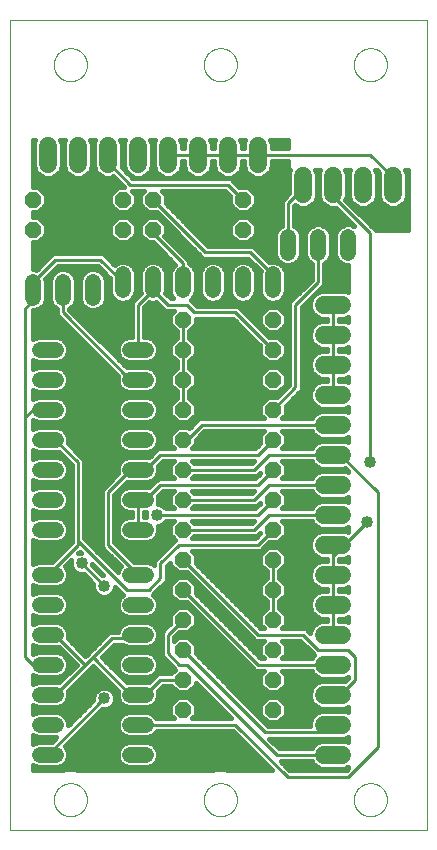
<source format=gtl>
G75*
%MOIN*%
%OFA0B0*%
%FSLAX25Y25*%
%IPPOS*%
%LPD*%
%AMOC8*
5,1,8,0,0,1.08239X$1,22.5*
%
%ADD10C,0.00000*%
%ADD11C,0.05200*%
%ADD12OC8,0.05200*%
%ADD13C,0.06000*%
%ADD14C,0.01000*%
%ADD15C,0.04000*%
%ADD16C,0.01600*%
D10*
X0001000Y0001000D02*
X0001000Y0270961D01*
X0139701Y0270961D01*
X0139701Y0001000D01*
X0001000Y0001000D01*
X0015488Y0011000D02*
X0015490Y0011148D01*
X0015496Y0011296D01*
X0015506Y0011444D01*
X0015520Y0011591D01*
X0015538Y0011738D01*
X0015559Y0011884D01*
X0015585Y0012030D01*
X0015615Y0012175D01*
X0015648Y0012319D01*
X0015686Y0012462D01*
X0015727Y0012604D01*
X0015772Y0012745D01*
X0015820Y0012885D01*
X0015873Y0013024D01*
X0015929Y0013161D01*
X0015989Y0013296D01*
X0016052Y0013430D01*
X0016119Y0013562D01*
X0016190Y0013692D01*
X0016264Y0013820D01*
X0016341Y0013946D01*
X0016422Y0014070D01*
X0016506Y0014192D01*
X0016593Y0014311D01*
X0016684Y0014428D01*
X0016778Y0014543D01*
X0016874Y0014655D01*
X0016974Y0014765D01*
X0017076Y0014871D01*
X0017182Y0014975D01*
X0017290Y0015076D01*
X0017401Y0015174D01*
X0017514Y0015270D01*
X0017630Y0015362D01*
X0017748Y0015451D01*
X0017869Y0015536D01*
X0017992Y0015619D01*
X0018117Y0015698D01*
X0018244Y0015774D01*
X0018373Y0015846D01*
X0018504Y0015915D01*
X0018637Y0015980D01*
X0018772Y0016041D01*
X0018908Y0016099D01*
X0019045Y0016154D01*
X0019184Y0016204D01*
X0019325Y0016251D01*
X0019466Y0016294D01*
X0019609Y0016334D01*
X0019753Y0016369D01*
X0019897Y0016401D01*
X0020043Y0016428D01*
X0020189Y0016452D01*
X0020336Y0016472D01*
X0020483Y0016488D01*
X0020630Y0016500D01*
X0020778Y0016508D01*
X0020926Y0016512D01*
X0021074Y0016512D01*
X0021222Y0016508D01*
X0021370Y0016500D01*
X0021517Y0016488D01*
X0021664Y0016472D01*
X0021811Y0016452D01*
X0021957Y0016428D01*
X0022103Y0016401D01*
X0022247Y0016369D01*
X0022391Y0016334D01*
X0022534Y0016294D01*
X0022675Y0016251D01*
X0022816Y0016204D01*
X0022955Y0016154D01*
X0023092Y0016099D01*
X0023228Y0016041D01*
X0023363Y0015980D01*
X0023496Y0015915D01*
X0023627Y0015846D01*
X0023756Y0015774D01*
X0023883Y0015698D01*
X0024008Y0015619D01*
X0024131Y0015536D01*
X0024252Y0015451D01*
X0024370Y0015362D01*
X0024486Y0015270D01*
X0024599Y0015174D01*
X0024710Y0015076D01*
X0024818Y0014975D01*
X0024924Y0014871D01*
X0025026Y0014765D01*
X0025126Y0014655D01*
X0025222Y0014543D01*
X0025316Y0014428D01*
X0025407Y0014311D01*
X0025494Y0014192D01*
X0025578Y0014070D01*
X0025659Y0013946D01*
X0025736Y0013820D01*
X0025810Y0013692D01*
X0025881Y0013562D01*
X0025948Y0013430D01*
X0026011Y0013296D01*
X0026071Y0013161D01*
X0026127Y0013024D01*
X0026180Y0012885D01*
X0026228Y0012745D01*
X0026273Y0012604D01*
X0026314Y0012462D01*
X0026352Y0012319D01*
X0026385Y0012175D01*
X0026415Y0012030D01*
X0026441Y0011884D01*
X0026462Y0011738D01*
X0026480Y0011591D01*
X0026494Y0011444D01*
X0026504Y0011296D01*
X0026510Y0011148D01*
X0026512Y0011000D01*
X0026510Y0010852D01*
X0026504Y0010704D01*
X0026494Y0010556D01*
X0026480Y0010409D01*
X0026462Y0010262D01*
X0026441Y0010116D01*
X0026415Y0009970D01*
X0026385Y0009825D01*
X0026352Y0009681D01*
X0026314Y0009538D01*
X0026273Y0009396D01*
X0026228Y0009255D01*
X0026180Y0009115D01*
X0026127Y0008976D01*
X0026071Y0008839D01*
X0026011Y0008704D01*
X0025948Y0008570D01*
X0025881Y0008438D01*
X0025810Y0008308D01*
X0025736Y0008180D01*
X0025659Y0008054D01*
X0025578Y0007930D01*
X0025494Y0007808D01*
X0025407Y0007689D01*
X0025316Y0007572D01*
X0025222Y0007457D01*
X0025126Y0007345D01*
X0025026Y0007235D01*
X0024924Y0007129D01*
X0024818Y0007025D01*
X0024710Y0006924D01*
X0024599Y0006826D01*
X0024486Y0006730D01*
X0024370Y0006638D01*
X0024252Y0006549D01*
X0024131Y0006464D01*
X0024008Y0006381D01*
X0023883Y0006302D01*
X0023756Y0006226D01*
X0023627Y0006154D01*
X0023496Y0006085D01*
X0023363Y0006020D01*
X0023228Y0005959D01*
X0023092Y0005901D01*
X0022955Y0005846D01*
X0022816Y0005796D01*
X0022675Y0005749D01*
X0022534Y0005706D01*
X0022391Y0005666D01*
X0022247Y0005631D01*
X0022103Y0005599D01*
X0021957Y0005572D01*
X0021811Y0005548D01*
X0021664Y0005528D01*
X0021517Y0005512D01*
X0021370Y0005500D01*
X0021222Y0005492D01*
X0021074Y0005488D01*
X0020926Y0005488D01*
X0020778Y0005492D01*
X0020630Y0005500D01*
X0020483Y0005512D01*
X0020336Y0005528D01*
X0020189Y0005548D01*
X0020043Y0005572D01*
X0019897Y0005599D01*
X0019753Y0005631D01*
X0019609Y0005666D01*
X0019466Y0005706D01*
X0019325Y0005749D01*
X0019184Y0005796D01*
X0019045Y0005846D01*
X0018908Y0005901D01*
X0018772Y0005959D01*
X0018637Y0006020D01*
X0018504Y0006085D01*
X0018373Y0006154D01*
X0018244Y0006226D01*
X0018117Y0006302D01*
X0017992Y0006381D01*
X0017869Y0006464D01*
X0017748Y0006549D01*
X0017630Y0006638D01*
X0017514Y0006730D01*
X0017401Y0006826D01*
X0017290Y0006924D01*
X0017182Y0007025D01*
X0017076Y0007129D01*
X0016974Y0007235D01*
X0016874Y0007345D01*
X0016778Y0007457D01*
X0016684Y0007572D01*
X0016593Y0007689D01*
X0016506Y0007808D01*
X0016422Y0007930D01*
X0016341Y0008054D01*
X0016264Y0008180D01*
X0016190Y0008308D01*
X0016119Y0008438D01*
X0016052Y0008570D01*
X0015989Y0008704D01*
X0015929Y0008839D01*
X0015873Y0008976D01*
X0015820Y0009115D01*
X0015772Y0009255D01*
X0015727Y0009396D01*
X0015686Y0009538D01*
X0015648Y0009681D01*
X0015615Y0009825D01*
X0015585Y0009970D01*
X0015559Y0010116D01*
X0015538Y0010262D01*
X0015520Y0010409D01*
X0015506Y0010556D01*
X0015496Y0010704D01*
X0015490Y0010852D01*
X0015488Y0011000D01*
X0065488Y0011000D02*
X0065490Y0011148D01*
X0065496Y0011296D01*
X0065506Y0011444D01*
X0065520Y0011591D01*
X0065538Y0011738D01*
X0065559Y0011884D01*
X0065585Y0012030D01*
X0065615Y0012175D01*
X0065648Y0012319D01*
X0065686Y0012462D01*
X0065727Y0012604D01*
X0065772Y0012745D01*
X0065820Y0012885D01*
X0065873Y0013024D01*
X0065929Y0013161D01*
X0065989Y0013296D01*
X0066052Y0013430D01*
X0066119Y0013562D01*
X0066190Y0013692D01*
X0066264Y0013820D01*
X0066341Y0013946D01*
X0066422Y0014070D01*
X0066506Y0014192D01*
X0066593Y0014311D01*
X0066684Y0014428D01*
X0066778Y0014543D01*
X0066874Y0014655D01*
X0066974Y0014765D01*
X0067076Y0014871D01*
X0067182Y0014975D01*
X0067290Y0015076D01*
X0067401Y0015174D01*
X0067514Y0015270D01*
X0067630Y0015362D01*
X0067748Y0015451D01*
X0067869Y0015536D01*
X0067992Y0015619D01*
X0068117Y0015698D01*
X0068244Y0015774D01*
X0068373Y0015846D01*
X0068504Y0015915D01*
X0068637Y0015980D01*
X0068772Y0016041D01*
X0068908Y0016099D01*
X0069045Y0016154D01*
X0069184Y0016204D01*
X0069325Y0016251D01*
X0069466Y0016294D01*
X0069609Y0016334D01*
X0069753Y0016369D01*
X0069897Y0016401D01*
X0070043Y0016428D01*
X0070189Y0016452D01*
X0070336Y0016472D01*
X0070483Y0016488D01*
X0070630Y0016500D01*
X0070778Y0016508D01*
X0070926Y0016512D01*
X0071074Y0016512D01*
X0071222Y0016508D01*
X0071370Y0016500D01*
X0071517Y0016488D01*
X0071664Y0016472D01*
X0071811Y0016452D01*
X0071957Y0016428D01*
X0072103Y0016401D01*
X0072247Y0016369D01*
X0072391Y0016334D01*
X0072534Y0016294D01*
X0072675Y0016251D01*
X0072816Y0016204D01*
X0072955Y0016154D01*
X0073092Y0016099D01*
X0073228Y0016041D01*
X0073363Y0015980D01*
X0073496Y0015915D01*
X0073627Y0015846D01*
X0073756Y0015774D01*
X0073883Y0015698D01*
X0074008Y0015619D01*
X0074131Y0015536D01*
X0074252Y0015451D01*
X0074370Y0015362D01*
X0074486Y0015270D01*
X0074599Y0015174D01*
X0074710Y0015076D01*
X0074818Y0014975D01*
X0074924Y0014871D01*
X0075026Y0014765D01*
X0075126Y0014655D01*
X0075222Y0014543D01*
X0075316Y0014428D01*
X0075407Y0014311D01*
X0075494Y0014192D01*
X0075578Y0014070D01*
X0075659Y0013946D01*
X0075736Y0013820D01*
X0075810Y0013692D01*
X0075881Y0013562D01*
X0075948Y0013430D01*
X0076011Y0013296D01*
X0076071Y0013161D01*
X0076127Y0013024D01*
X0076180Y0012885D01*
X0076228Y0012745D01*
X0076273Y0012604D01*
X0076314Y0012462D01*
X0076352Y0012319D01*
X0076385Y0012175D01*
X0076415Y0012030D01*
X0076441Y0011884D01*
X0076462Y0011738D01*
X0076480Y0011591D01*
X0076494Y0011444D01*
X0076504Y0011296D01*
X0076510Y0011148D01*
X0076512Y0011000D01*
X0076510Y0010852D01*
X0076504Y0010704D01*
X0076494Y0010556D01*
X0076480Y0010409D01*
X0076462Y0010262D01*
X0076441Y0010116D01*
X0076415Y0009970D01*
X0076385Y0009825D01*
X0076352Y0009681D01*
X0076314Y0009538D01*
X0076273Y0009396D01*
X0076228Y0009255D01*
X0076180Y0009115D01*
X0076127Y0008976D01*
X0076071Y0008839D01*
X0076011Y0008704D01*
X0075948Y0008570D01*
X0075881Y0008438D01*
X0075810Y0008308D01*
X0075736Y0008180D01*
X0075659Y0008054D01*
X0075578Y0007930D01*
X0075494Y0007808D01*
X0075407Y0007689D01*
X0075316Y0007572D01*
X0075222Y0007457D01*
X0075126Y0007345D01*
X0075026Y0007235D01*
X0074924Y0007129D01*
X0074818Y0007025D01*
X0074710Y0006924D01*
X0074599Y0006826D01*
X0074486Y0006730D01*
X0074370Y0006638D01*
X0074252Y0006549D01*
X0074131Y0006464D01*
X0074008Y0006381D01*
X0073883Y0006302D01*
X0073756Y0006226D01*
X0073627Y0006154D01*
X0073496Y0006085D01*
X0073363Y0006020D01*
X0073228Y0005959D01*
X0073092Y0005901D01*
X0072955Y0005846D01*
X0072816Y0005796D01*
X0072675Y0005749D01*
X0072534Y0005706D01*
X0072391Y0005666D01*
X0072247Y0005631D01*
X0072103Y0005599D01*
X0071957Y0005572D01*
X0071811Y0005548D01*
X0071664Y0005528D01*
X0071517Y0005512D01*
X0071370Y0005500D01*
X0071222Y0005492D01*
X0071074Y0005488D01*
X0070926Y0005488D01*
X0070778Y0005492D01*
X0070630Y0005500D01*
X0070483Y0005512D01*
X0070336Y0005528D01*
X0070189Y0005548D01*
X0070043Y0005572D01*
X0069897Y0005599D01*
X0069753Y0005631D01*
X0069609Y0005666D01*
X0069466Y0005706D01*
X0069325Y0005749D01*
X0069184Y0005796D01*
X0069045Y0005846D01*
X0068908Y0005901D01*
X0068772Y0005959D01*
X0068637Y0006020D01*
X0068504Y0006085D01*
X0068373Y0006154D01*
X0068244Y0006226D01*
X0068117Y0006302D01*
X0067992Y0006381D01*
X0067869Y0006464D01*
X0067748Y0006549D01*
X0067630Y0006638D01*
X0067514Y0006730D01*
X0067401Y0006826D01*
X0067290Y0006924D01*
X0067182Y0007025D01*
X0067076Y0007129D01*
X0066974Y0007235D01*
X0066874Y0007345D01*
X0066778Y0007457D01*
X0066684Y0007572D01*
X0066593Y0007689D01*
X0066506Y0007808D01*
X0066422Y0007930D01*
X0066341Y0008054D01*
X0066264Y0008180D01*
X0066190Y0008308D01*
X0066119Y0008438D01*
X0066052Y0008570D01*
X0065989Y0008704D01*
X0065929Y0008839D01*
X0065873Y0008976D01*
X0065820Y0009115D01*
X0065772Y0009255D01*
X0065727Y0009396D01*
X0065686Y0009538D01*
X0065648Y0009681D01*
X0065615Y0009825D01*
X0065585Y0009970D01*
X0065559Y0010116D01*
X0065538Y0010262D01*
X0065520Y0010409D01*
X0065506Y0010556D01*
X0065496Y0010704D01*
X0065490Y0010852D01*
X0065488Y0011000D01*
X0115488Y0011000D02*
X0115490Y0011148D01*
X0115496Y0011296D01*
X0115506Y0011444D01*
X0115520Y0011591D01*
X0115538Y0011738D01*
X0115559Y0011884D01*
X0115585Y0012030D01*
X0115615Y0012175D01*
X0115648Y0012319D01*
X0115686Y0012462D01*
X0115727Y0012604D01*
X0115772Y0012745D01*
X0115820Y0012885D01*
X0115873Y0013024D01*
X0115929Y0013161D01*
X0115989Y0013296D01*
X0116052Y0013430D01*
X0116119Y0013562D01*
X0116190Y0013692D01*
X0116264Y0013820D01*
X0116341Y0013946D01*
X0116422Y0014070D01*
X0116506Y0014192D01*
X0116593Y0014311D01*
X0116684Y0014428D01*
X0116778Y0014543D01*
X0116874Y0014655D01*
X0116974Y0014765D01*
X0117076Y0014871D01*
X0117182Y0014975D01*
X0117290Y0015076D01*
X0117401Y0015174D01*
X0117514Y0015270D01*
X0117630Y0015362D01*
X0117748Y0015451D01*
X0117869Y0015536D01*
X0117992Y0015619D01*
X0118117Y0015698D01*
X0118244Y0015774D01*
X0118373Y0015846D01*
X0118504Y0015915D01*
X0118637Y0015980D01*
X0118772Y0016041D01*
X0118908Y0016099D01*
X0119045Y0016154D01*
X0119184Y0016204D01*
X0119325Y0016251D01*
X0119466Y0016294D01*
X0119609Y0016334D01*
X0119753Y0016369D01*
X0119897Y0016401D01*
X0120043Y0016428D01*
X0120189Y0016452D01*
X0120336Y0016472D01*
X0120483Y0016488D01*
X0120630Y0016500D01*
X0120778Y0016508D01*
X0120926Y0016512D01*
X0121074Y0016512D01*
X0121222Y0016508D01*
X0121370Y0016500D01*
X0121517Y0016488D01*
X0121664Y0016472D01*
X0121811Y0016452D01*
X0121957Y0016428D01*
X0122103Y0016401D01*
X0122247Y0016369D01*
X0122391Y0016334D01*
X0122534Y0016294D01*
X0122675Y0016251D01*
X0122816Y0016204D01*
X0122955Y0016154D01*
X0123092Y0016099D01*
X0123228Y0016041D01*
X0123363Y0015980D01*
X0123496Y0015915D01*
X0123627Y0015846D01*
X0123756Y0015774D01*
X0123883Y0015698D01*
X0124008Y0015619D01*
X0124131Y0015536D01*
X0124252Y0015451D01*
X0124370Y0015362D01*
X0124486Y0015270D01*
X0124599Y0015174D01*
X0124710Y0015076D01*
X0124818Y0014975D01*
X0124924Y0014871D01*
X0125026Y0014765D01*
X0125126Y0014655D01*
X0125222Y0014543D01*
X0125316Y0014428D01*
X0125407Y0014311D01*
X0125494Y0014192D01*
X0125578Y0014070D01*
X0125659Y0013946D01*
X0125736Y0013820D01*
X0125810Y0013692D01*
X0125881Y0013562D01*
X0125948Y0013430D01*
X0126011Y0013296D01*
X0126071Y0013161D01*
X0126127Y0013024D01*
X0126180Y0012885D01*
X0126228Y0012745D01*
X0126273Y0012604D01*
X0126314Y0012462D01*
X0126352Y0012319D01*
X0126385Y0012175D01*
X0126415Y0012030D01*
X0126441Y0011884D01*
X0126462Y0011738D01*
X0126480Y0011591D01*
X0126494Y0011444D01*
X0126504Y0011296D01*
X0126510Y0011148D01*
X0126512Y0011000D01*
X0126510Y0010852D01*
X0126504Y0010704D01*
X0126494Y0010556D01*
X0126480Y0010409D01*
X0126462Y0010262D01*
X0126441Y0010116D01*
X0126415Y0009970D01*
X0126385Y0009825D01*
X0126352Y0009681D01*
X0126314Y0009538D01*
X0126273Y0009396D01*
X0126228Y0009255D01*
X0126180Y0009115D01*
X0126127Y0008976D01*
X0126071Y0008839D01*
X0126011Y0008704D01*
X0125948Y0008570D01*
X0125881Y0008438D01*
X0125810Y0008308D01*
X0125736Y0008180D01*
X0125659Y0008054D01*
X0125578Y0007930D01*
X0125494Y0007808D01*
X0125407Y0007689D01*
X0125316Y0007572D01*
X0125222Y0007457D01*
X0125126Y0007345D01*
X0125026Y0007235D01*
X0124924Y0007129D01*
X0124818Y0007025D01*
X0124710Y0006924D01*
X0124599Y0006826D01*
X0124486Y0006730D01*
X0124370Y0006638D01*
X0124252Y0006549D01*
X0124131Y0006464D01*
X0124008Y0006381D01*
X0123883Y0006302D01*
X0123756Y0006226D01*
X0123627Y0006154D01*
X0123496Y0006085D01*
X0123363Y0006020D01*
X0123228Y0005959D01*
X0123092Y0005901D01*
X0122955Y0005846D01*
X0122816Y0005796D01*
X0122675Y0005749D01*
X0122534Y0005706D01*
X0122391Y0005666D01*
X0122247Y0005631D01*
X0122103Y0005599D01*
X0121957Y0005572D01*
X0121811Y0005548D01*
X0121664Y0005528D01*
X0121517Y0005512D01*
X0121370Y0005500D01*
X0121222Y0005492D01*
X0121074Y0005488D01*
X0120926Y0005488D01*
X0120778Y0005492D01*
X0120630Y0005500D01*
X0120483Y0005512D01*
X0120336Y0005528D01*
X0120189Y0005548D01*
X0120043Y0005572D01*
X0119897Y0005599D01*
X0119753Y0005631D01*
X0119609Y0005666D01*
X0119466Y0005706D01*
X0119325Y0005749D01*
X0119184Y0005796D01*
X0119045Y0005846D01*
X0118908Y0005901D01*
X0118772Y0005959D01*
X0118637Y0006020D01*
X0118504Y0006085D01*
X0118373Y0006154D01*
X0118244Y0006226D01*
X0118117Y0006302D01*
X0117992Y0006381D01*
X0117869Y0006464D01*
X0117748Y0006549D01*
X0117630Y0006638D01*
X0117514Y0006730D01*
X0117401Y0006826D01*
X0117290Y0006924D01*
X0117182Y0007025D01*
X0117076Y0007129D01*
X0116974Y0007235D01*
X0116874Y0007345D01*
X0116778Y0007457D01*
X0116684Y0007572D01*
X0116593Y0007689D01*
X0116506Y0007808D01*
X0116422Y0007930D01*
X0116341Y0008054D01*
X0116264Y0008180D01*
X0116190Y0008308D01*
X0116119Y0008438D01*
X0116052Y0008570D01*
X0115989Y0008704D01*
X0115929Y0008839D01*
X0115873Y0008976D01*
X0115820Y0009115D01*
X0115772Y0009255D01*
X0115727Y0009396D01*
X0115686Y0009538D01*
X0115648Y0009681D01*
X0115615Y0009825D01*
X0115585Y0009970D01*
X0115559Y0010116D01*
X0115538Y0010262D01*
X0115520Y0010409D01*
X0115506Y0010556D01*
X0115496Y0010704D01*
X0115490Y0010852D01*
X0115488Y0011000D01*
X0115488Y0256000D02*
X0115490Y0256148D01*
X0115496Y0256296D01*
X0115506Y0256444D01*
X0115520Y0256591D01*
X0115538Y0256738D01*
X0115559Y0256884D01*
X0115585Y0257030D01*
X0115615Y0257175D01*
X0115648Y0257319D01*
X0115686Y0257462D01*
X0115727Y0257604D01*
X0115772Y0257745D01*
X0115820Y0257885D01*
X0115873Y0258024D01*
X0115929Y0258161D01*
X0115989Y0258296D01*
X0116052Y0258430D01*
X0116119Y0258562D01*
X0116190Y0258692D01*
X0116264Y0258820D01*
X0116341Y0258946D01*
X0116422Y0259070D01*
X0116506Y0259192D01*
X0116593Y0259311D01*
X0116684Y0259428D01*
X0116778Y0259543D01*
X0116874Y0259655D01*
X0116974Y0259765D01*
X0117076Y0259871D01*
X0117182Y0259975D01*
X0117290Y0260076D01*
X0117401Y0260174D01*
X0117514Y0260270D01*
X0117630Y0260362D01*
X0117748Y0260451D01*
X0117869Y0260536D01*
X0117992Y0260619D01*
X0118117Y0260698D01*
X0118244Y0260774D01*
X0118373Y0260846D01*
X0118504Y0260915D01*
X0118637Y0260980D01*
X0118772Y0261041D01*
X0118908Y0261099D01*
X0119045Y0261154D01*
X0119184Y0261204D01*
X0119325Y0261251D01*
X0119466Y0261294D01*
X0119609Y0261334D01*
X0119753Y0261369D01*
X0119897Y0261401D01*
X0120043Y0261428D01*
X0120189Y0261452D01*
X0120336Y0261472D01*
X0120483Y0261488D01*
X0120630Y0261500D01*
X0120778Y0261508D01*
X0120926Y0261512D01*
X0121074Y0261512D01*
X0121222Y0261508D01*
X0121370Y0261500D01*
X0121517Y0261488D01*
X0121664Y0261472D01*
X0121811Y0261452D01*
X0121957Y0261428D01*
X0122103Y0261401D01*
X0122247Y0261369D01*
X0122391Y0261334D01*
X0122534Y0261294D01*
X0122675Y0261251D01*
X0122816Y0261204D01*
X0122955Y0261154D01*
X0123092Y0261099D01*
X0123228Y0261041D01*
X0123363Y0260980D01*
X0123496Y0260915D01*
X0123627Y0260846D01*
X0123756Y0260774D01*
X0123883Y0260698D01*
X0124008Y0260619D01*
X0124131Y0260536D01*
X0124252Y0260451D01*
X0124370Y0260362D01*
X0124486Y0260270D01*
X0124599Y0260174D01*
X0124710Y0260076D01*
X0124818Y0259975D01*
X0124924Y0259871D01*
X0125026Y0259765D01*
X0125126Y0259655D01*
X0125222Y0259543D01*
X0125316Y0259428D01*
X0125407Y0259311D01*
X0125494Y0259192D01*
X0125578Y0259070D01*
X0125659Y0258946D01*
X0125736Y0258820D01*
X0125810Y0258692D01*
X0125881Y0258562D01*
X0125948Y0258430D01*
X0126011Y0258296D01*
X0126071Y0258161D01*
X0126127Y0258024D01*
X0126180Y0257885D01*
X0126228Y0257745D01*
X0126273Y0257604D01*
X0126314Y0257462D01*
X0126352Y0257319D01*
X0126385Y0257175D01*
X0126415Y0257030D01*
X0126441Y0256884D01*
X0126462Y0256738D01*
X0126480Y0256591D01*
X0126494Y0256444D01*
X0126504Y0256296D01*
X0126510Y0256148D01*
X0126512Y0256000D01*
X0126510Y0255852D01*
X0126504Y0255704D01*
X0126494Y0255556D01*
X0126480Y0255409D01*
X0126462Y0255262D01*
X0126441Y0255116D01*
X0126415Y0254970D01*
X0126385Y0254825D01*
X0126352Y0254681D01*
X0126314Y0254538D01*
X0126273Y0254396D01*
X0126228Y0254255D01*
X0126180Y0254115D01*
X0126127Y0253976D01*
X0126071Y0253839D01*
X0126011Y0253704D01*
X0125948Y0253570D01*
X0125881Y0253438D01*
X0125810Y0253308D01*
X0125736Y0253180D01*
X0125659Y0253054D01*
X0125578Y0252930D01*
X0125494Y0252808D01*
X0125407Y0252689D01*
X0125316Y0252572D01*
X0125222Y0252457D01*
X0125126Y0252345D01*
X0125026Y0252235D01*
X0124924Y0252129D01*
X0124818Y0252025D01*
X0124710Y0251924D01*
X0124599Y0251826D01*
X0124486Y0251730D01*
X0124370Y0251638D01*
X0124252Y0251549D01*
X0124131Y0251464D01*
X0124008Y0251381D01*
X0123883Y0251302D01*
X0123756Y0251226D01*
X0123627Y0251154D01*
X0123496Y0251085D01*
X0123363Y0251020D01*
X0123228Y0250959D01*
X0123092Y0250901D01*
X0122955Y0250846D01*
X0122816Y0250796D01*
X0122675Y0250749D01*
X0122534Y0250706D01*
X0122391Y0250666D01*
X0122247Y0250631D01*
X0122103Y0250599D01*
X0121957Y0250572D01*
X0121811Y0250548D01*
X0121664Y0250528D01*
X0121517Y0250512D01*
X0121370Y0250500D01*
X0121222Y0250492D01*
X0121074Y0250488D01*
X0120926Y0250488D01*
X0120778Y0250492D01*
X0120630Y0250500D01*
X0120483Y0250512D01*
X0120336Y0250528D01*
X0120189Y0250548D01*
X0120043Y0250572D01*
X0119897Y0250599D01*
X0119753Y0250631D01*
X0119609Y0250666D01*
X0119466Y0250706D01*
X0119325Y0250749D01*
X0119184Y0250796D01*
X0119045Y0250846D01*
X0118908Y0250901D01*
X0118772Y0250959D01*
X0118637Y0251020D01*
X0118504Y0251085D01*
X0118373Y0251154D01*
X0118244Y0251226D01*
X0118117Y0251302D01*
X0117992Y0251381D01*
X0117869Y0251464D01*
X0117748Y0251549D01*
X0117630Y0251638D01*
X0117514Y0251730D01*
X0117401Y0251826D01*
X0117290Y0251924D01*
X0117182Y0252025D01*
X0117076Y0252129D01*
X0116974Y0252235D01*
X0116874Y0252345D01*
X0116778Y0252457D01*
X0116684Y0252572D01*
X0116593Y0252689D01*
X0116506Y0252808D01*
X0116422Y0252930D01*
X0116341Y0253054D01*
X0116264Y0253180D01*
X0116190Y0253308D01*
X0116119Y0253438D01*
X0116052Y0253570D01*
X0115989Y0253704D01*
X0115929Y0253839D01*
X0115873Y0253976D01*
X0115820Y0254115D01*
X0115772Y0254255D01*
X0115727Y0254396D01*
X0115686Y0254538D01*
X0115648Y0254681D01*
X0115615Y0254825D01*
X0115585Y0254970D01*
X0115559Y0255116D01*
X0115538Y0255262D01*
X0115520Y0255409D01*
X0115506Y0255556D01*
X0115496Y0255704D01*
X0115490Y0255852D01*
X0115488Y0256000D01*
X0065488Y0256000D02*
X0065490Y0256148D01*
X0065496Y0256296D01*
X0065506Y0256444D01*
X0065520Y0256591D01*
X0065538Y0256738D01*
X0065559Y0256884D01*
X0065585Y0257030D01*
X0065615Y0257175D01*
X0065648Y0257319D01*
X0065686Y0257462D01*
X0065727Y0257604D01*
X0065772Y0257745D01*
X0065820Y0257885D01*
X0065873Y0258024D01*
X0065929Y0258161D01*
X0065989Y0258296D01*
X0066052Y0258430D01*
X0066119Y0258562D01*
X0066190Y0258692D01*
X0066264Y0258820D01*
X0066341Y0258946D01*
X0066422Y0259070D01*
X0066506Y0259192D01*
X0066593Y0259311D01*
X0066684Y0259428D01*
X0066778Y0259543D01*
X0066874Y0259655D01*
X0066974Y0259765D01*
X0067076Y0259871D01*
X0067182Y0259975D01*
X0067290Y0260076D01*
X0067401Y0260174D01*
X0067514Y0260270D01*
X0067630Y0260362D01*
X0067748Y0260451D01*
X0067869Y0260536D01*
X0067992Y0260619D01*
X0068117Y0260698D01*
X0068244Y0260774D01*
X0068373Y0260846D01*
X0068504Y0260915D01*
X0068637Y0260980D01*
X0068772Y0261041D01*
X0068908Y0261099D01*
X0069045Y0261154D01*
X0069184Y0261204D01*
X0069325Y0261251D01*
X0069466Y0261294D01*
X0069609Y0261334D01*
X0069753Y0261369D01*
X0069897Y0261401D01*
X0070043Y0261428D01*
X0070189Y0261452D01*
X0070336Y0261472D01*
X0070483Y0261488D01*
X0070630Y0261500D01*
X0070778Y0261508D01*
X0070926Y0261512D01*
X0071074Y0261512D01*
X0071222Y0261508D01*
X0071370Y0261500D01*
X0071517Y0261488D01*
X0071664Y0261472D01*
X0071811Y0261452D01*
X0071957Y0261428D01*
X0072103Y0261401D01*
X0072247Y0261369D01*
X0072391Y0261334D01*
X0072534Y0261294D01*
X0072675Y0261251D01*
X0072816Y0261204D01*
X0072955Y0261154D01*
X0073092Y0261099D01*
X0073228Y0261041D01*
X0073363Y0260980D01*
X0073496Y0260915D01*
X0073627Y0260846D01*
X0073756Y0260774D01*
X0073883Y0260698D01*
X0074008Y0260619D01*
X0074131Y0260536D01*
X0074252Y0260451D01*
X0074370Y0260362D01*
X0074486Y0260270D01*
X0074599Y0260174D01*
X0074710Y0260076D01*
X0074818Y0259975D01*
X0074924Y0259871D01*
X0075026Y0259765D01*
X0075126Y0259655D01*
X0075222Y0259543D01*
X0075316Y0259428D01*
X0075407Y0259311D01*
X0075494Y0259192D01*
X0075578Y0259070D01*
X0075659Y0258946D01*
X0075736Y0258820D01*
X0075810Y0258692D01*
X0075881Y0258562D01*
X0075948Y0258430D01*
X0076011Y0258296D01*
X0076071Y0258161D01*
X0076127Y0258024D01*
X0076180Y0257885D01*
X0076228Y0257745D01*
X0076273Y0257604D01*
X0076314Y0257462D01*
X0076352Y0257319D01*
X0076385Y0257175D01*
X0076415Y0257030D01*
X0076441Y0256884D01*
X0076462Y0256738D01*
X0076480Y0256591D01*
X0076494Y0256444D01*
X0076504Y0256296D01*
X0076510Y0256148D01*
X0076512Y0256000D01*
X0076510Y0255852D01*
X0076504Y0255704D01*
X0076494Y0255556D01*
X0076480Y0255409D01*
X0076462Y0255262D01*
X0076441Y0255116D01*
X0076415Y0254970D01*
X0076385Y0254825D01*
X0076352Y0254681D01*
X0076314Y0254538D01*
X0076273Y0254396D01*
X0076228Y0254255D01*
X0076180Y0254115D01*
X0076127Y0253976D01*
X0076071Y0253839D01*
X0076011Y0253704D01*
X0075948Y0253570D01*
X0075881Y0253438D01*
X0075810Y0253308D01*
X0075736Y0253180D01*
X0075659Y0253054D01*
X0075578Y0252930D01*
X0075494Y0252808D01*
X0075407Y0252689D01*
X0075316Y0252572D01*
X0075222Y0252457D01*
X0075126Y0252345D01*
X0075026Y0252235D01*
X0074924Y0252129D01*
X0074818Y0252025D01*
X0074710Y0251924D01*
X0074599Y0251826D01*
X0074486Y0251730D01*
X0074370Y0251638D01*
X0074252Y0251549D01*
X0074131Y0251464D01*
X0074008Y0251381D01*
X0073883Y0251302D01*
X0073756Y0251226D01*
X0073627Y0251154D01*
X0073496Y0251085D01*
X0073363Y0251020D01*
X0073228Y0250959D01*
X0073092Y0250901D01*
X0072955Y0250846D01*
X0072816Y0250796D01*
X0072675Y0250749D01*
X0072534Y0250706D01*
X0072391Y0250666D01*
X0072247Y0250631D01*
X0072103Y0250599D01*
X0071957Y0250572D01*
X0071811Y0250548D01*
X0071664Y0250528D01*
X0071517Y0250512D01*
X0071370Y0250500D01*
X0071222Y0250492D01*
X0071074Y0250488D01*
X0070926Y0250488D01*
X0070778Y0250492D01*
X0070630Y0250500D01*
X0070483Y0250512D01*
X0070336Y0250528D01*
X0070189Y0250548D01*
X0070043Y0250572D01*
X0069897Y0250599D01*
X0069753Y0250631D01*
X0069609Y0250666D01*
X0069466Y0250706D01*
X0069325Y0250749D01*
X0069184Y0250796D01*
X0069045Y0250846D01*
X0068908Y0250901D01*
X0068772Y0250959D01*
X0068637Y0251020D01*
X0068504Y0251085D01*
X0068373Y0251154D01*
X0068244Y0251226D01*
X0068117Y0251302D01*
X0067992Y0251381D01*
X0067869Y0251464D01*
X0067748Y0251549D01*
X0067630Y0251638D01*
X0067514Y0251730D01*
X0067401Y0251826D01*
X0067290Y0251924D01*
X0067182Y0252025D01*
X0067076Y0252129D01*
X0066974Y0252235D01*
X0066874Y0252345D01*
X0066778Y0252457D01*
X0066684Y0252572D01*
X0066593Y0252689D01*
X0066506Y0252808D01*
X0066422Y0252930D01*
X0066341Y0253054D01*
X0066264Y0253180D01*
X0066190Y0253308D01*
X0066119Y0253438D01*
X0066052Y0253570D01*
X0065989Y0253704D01*
X0065929Y0253839D01*
X0065873Y0253976D01*
X0065820Y0254115D01*
X0065772Y0254255D01*
X0065727Y0254396D01*
X0065686Y0254538D01*
X0065648Y0254681D01*
X0065615Y0254825D01*
X0065585Y0254970D01*
X0065559Y0255116D01*
X0065538Y0255262D01*
X0065520Y0255409D01*
X0065506Y0255556D01*
X0065496Y0255704D01*
X0065490Y0255852D01*
X0065488Y0256000D01*
X0015488Y0256000D02*
X0015490Y0256148D01*
X0015496Y0256296D01*
X0015506Y0256444D01*
X0015520Y0256591D01*
X0015538Y0256738D01*
X0015559Y0256884D01*
X0015585Y0257030D01*
X0015615Y0257175D01*
X0015648Y0257319D01*
X0015686Y0257462D01*
X0015727Y0257604D01*
X0015772Y0257745D01*
X0015820Y0257885D01*
X0015873Y0258024D01*
X0015929Y0258161D01*
X0015989Y0258296D01*
X0016052Y0258430D01*
X0016119Y0258562D01*
X0016190Y0258692D01*
X0016264Y0258820D01*
X0016341Y0258946D01*
X0016422Y0259070D01*
X0016506Y0259192D01*
X0016593Y0259311D01*
X0016684Y0259428D01*
X0016778Y0259543D01*
X0016874Y0259655D01*
X0016974Y0259765D01*
X0017076Y0259871D01*
X0017182Y0259975D01*
X0017290Y0260076D01*
X0017401Y0260174D01*
X0017514Y0260270D01*
X0017630Y0260362D01*
X0017748Y0260451D01*
X0017869Y0260536D01*
X0017992Y0260619D01*
X0018117Y0260698D01*
X0018244Y0260774D01*
X0018373Y0260846D01*
X0018504Y0260915D01*
X0018637Y0260980D01*
X0018772Y0261041D01*
X0018908Y0261099D01*
X0019045Y0261154D01*
X0019184Y0261204D01*
X0019325Y0261251D01*
X0019466Y0261294D01*
X0019609Y0261334D01*
X0019753Y0261369D01*
X0019897Y0261401D01*
X0020043Y0261428D01*
X0020189Y0261452D01*
X0020336Y0261472D01*
X0020483Y0261488D01*
X0020630Y0261500D01*
X0020778Y0261508D01*
X0020926Y0261512D01*
X0021074Y0261512D01*
X0021222Y0261508D01*
X0021370Y0261500D01*
X0021517Y0261488D01*
X0021664Y0261472D01*
X0021811Y0261452D01*
X0021957Y0261428D01*
X0022103Y0261401D01*
X0022247Y0261369D01*
X0022391Y0261334D01*
X0022534Y0261294D01*
X0022675Y0261251D01*
X0022816Y0261204D01*
X0022955Y0261154D01*
X0023092Y0261099D01*
X0023228Y0261041D01*
X0023363Y0260980D01*
X0023496Y0260915D01*
X0023627Y0260846D01*
X0023756Y0260774D01*
X0023883Y0260698D01*
X0024008Y0260619D01*
X0024131Y0260536D01*
X0024252Y0260451D01*
X0024370Y0260362D01*
X0024486Y0260270D01*
X0024599Y0260174D01*
X0024710Y0260076D01*
X0024818Y0259975D01*
X0024924Y0259871D01*
X0025026Y0259765D01*
X0025126Y0259655D01*
X0025222Y0259543D01*
X0025316Y0259428D01*
X0025407Y0259311D01*
X0025494Y0259192D01*
X0025578Y0259070D01*
X0025659Y0258946D01*
X0025736Y0258820D01*
X0025810Y0258692D01*
X0025881Y0258562D01*
X0025948Y0258430D01*
X0026011Y0258296D01*
X0026071Y0258161D01*
X0026127Y0258024D01*
X0026180Y0257885D01*
X0026228Y0257745D01*
X0026273Y0257604D01*
X0026314Y0257462D01*
X0026352Y0257319D01*
X0026385Y0257175D01*
X0026415Y0257030D01*
X0026441Y0256884D01*
X0026462Y0256738D01*
X0026480Y0256591D01*
X0026494Y0256444D01*
X0026504Y0256296D01*
X0026510Y0256148D01*
X0026512Y0256000D01*
X0026510Y0255852D01*
X0026504Y0255704D01*
X0026494Y0255556D01*
X0026480Y0255409D01*
X0026462Y0255262D01*
X0026441Y0255116D01*
X0026415Y0254970D01*
X0026385Y0254825D01*
X0026352Y0254681D01*
X0026314Y0254538D01*
X0026273Y0254396D01*
X0026228Y0254255D01*
X0026180Y0254115D01*
X0026127Y0253976D01*
X0026071Y0253839D01*
X0026011Y0253704D01*
X0025948Y0253570D01*
X0025881Y0253438D01*
X0025810Y0253308D01*
X0025736Y0253180D01*
X0025659Y0253054D01*
X0025578Y0252930D01*
X0025494Y0252808D01*
X0025407Y0252689D01*
X0025316Y0252572D01*
X0025222Y0252457D01*
X0025126Y0252345D01*
X0025026Y0252235D01*
X0024924Y0252129D01*
X0024818Y0252025D01*
X0024710Y0251924D01*
X0024599Y0251826D01*
X0024486Y0251730D01*
X0024370Y0251638D01*
X0024252Y0251549D01*
X0024131Y0251464D01*
X0024008Y0251381D01*
X0023883Y0251302D01*
X0023756Y0251226D01*
X0023627Y0251154D01*
X0023496Y0251085D01*
X0023363Y0251020D01*
X0023228Y0250959D01*
X0023092Y0250901D01*
X0022955Y0250846D01*
X0022816Y0250796D01*
X0022675Y0250749D01*
X0022534Y0250706D01*
X0022391Y0250666D01*
X0022247Y0250631D01*
X0022103Y0250599D01*
X0021957Y0250572D01*
X0021811Y0250548D01*
X0021664Y0250528D01*
X0021517Y0250512D01*
X0021370Y0250500D01*
X0021222Y0250492D01*
X0021074Y0250488D01*
X0020926Y0250488D01*
X0020778Y0250492D01*
X0020630Y0250500D01*
X0020483Y0250512D01*
X0020336Y0250528D01*
X0020189Y0250548D01*
X0020043Y0250572D01*
X0019897Y0250599D01*
X0019753Y0250631D01*
X0019609Y0250666D01*
X0019466Y0250706D01*
X0019325Y0250749D01*
X0019184Y0250796D01*
X0019045Y0250846D01*
X0018908Y0250901D01*
X0018772Y0250959D01*
X0018637Y0251020D01*
X0018504Y0251085D01*
X0018373Y0251154D01*
X0018244Y0251226D01*
X0018117Y0251302D01*
X0017992Y0251381D01*
X0017869Y0251464D01*
X0017748Y0251549D01*
X0017630Y0251638D01*
X0017514Y0251730D01*
X0017401Y0251826D01*
X0017290Y0251924D01*
X0017182Y0252025D01*
X0017076Y0252129D01*
X0016974Y0252235D01*
X0016874Y0252345D01*
X0016778Y0252457D01*
X0016684Y0252572D01*
X0016593Y0252689D01*
X0016506Y0252808D01*
X0016422Y0252930D01*
X0016341Y0253054D01*
X0016264Y0253180D01*
X0016190Y0253308D01*
X0016119Y0253438D01*
X0016052Y0253570D01*
X0015989Y0253704D01*
X0015929Y0253839D01*
X0015873Y0253976D01*
X0015820Y0254115D01*
X0015772Y0254255D01*
X0015727Y0254396D01*
X0015686Y0254538D01*
X0015648Y0254681D01*
X0015615Y0254825D01*
X0015585Y0254970D01*
X0015559Y0255116D01*
X0015538Y0255262D01*
X0015520Y0255409D01*
X0015506Y0255556D01*
X0015496Y0255704D01*
X0015490Y0255852D01*
X0015488Y0256000D01*
D11*
X0038500Y0186100D02*
X0038500Y0180900D01*
X0048500Y0180900D02*
X0048500Y0186100D01*
X0058500Y0186100D02*
X0058500Y0180900D01*
X0068500Y0180900D02*
X0068500Y0186100D01*
X0078500Y0186100D02*
X0078500Y0180900D01*
X0088500Y0180900D02*
X0088500Y0186100D01*
X0093500Y0193400D02*
X0093500Y0198600D01*
X0103500Y0198600D02*
X0103500Y0193400D01*
X0113500Y0193400D02*
X0113500Y0198600D01*
X0046100Y0161000D02*
X0040900Y0161000D01*
X0040900Y0151000D02*
X0046100Y0151000D01*
X0046100Y0141000D02*
X0040900Y0141000D01*
X0040900Y0131000D02*
X0046100Y0131000D01*
X0046100Y0121000D02*
X0040900Y0121000D01*
X0040900Y0111000D02*
X0046100Y0111000D01*
X0046100Y0101000D02*
X0040900Y0101000D01*
X0040900Y0086000D02*
X0046100Y0086000D01*
X0046100Y0076000D02*
X0040900Y0076000D01*
X0040900Y0066000D02*
X0046100Y0066000D01*
X0046100Y0056000D02*
X0040900Y0056000D01*
X0040900Y0046000D02*
X0046100Y0046000D01*
X0046100Y0036000D02*
X0040900Y0036000D01*
X0040900Y0026000D02*
X0046100Y0026000D01*
X0016100Y0026000D02*
X0010900Y0026000D01*
X0010900Y0036000D02*
X0016100Y0036000D01*
X0016100Y0046000D02*
X0010900Y0046000D01*
X0010900Y0056000D02*
X0016100Y0056000D01*
X0016100Y0066000D02*
X0010900Y0066000D01*
X0010900Y0076000D02*
X0016100Y0076000D01*
X0016100Y0086000D02*
X0010900Y0086000D01*
X0010900Y0101000D02*
X0016100Y0101000D01*
X0016100Y0111000D02*
X0010900Y0111000D01*
X0010900Y0121000D02*
X0016100Y0121000D01*
X0016100Y0131000D02*
X0010900Y0131000D01*
X0010900Y0141000D02*
X0016100Y0141000D01*
X0016100Y0151000D02*
X0010900Y0151000D01*
X0010900Y0161000D02*
X0016100Y0161000D01*
X0018500Y0178400D02*
X0018500Y0183600D01*
X0008500Y0183600D02*
X0008500Y0178400D01*
X0028500Y0178400D02*
X0028500Y0183600D01*
D12*
X0038500Y0201000D03*
X0038500Y0211000D03*
X0048500Y0211000D03*
X0048500Y0201000D03*
X0058500Y0171000D03*
X0058500Y0161000D03*
X0058500Y0151000D03*
X0058500Y0141000D03*
X0058500Y0131000D03*
X0058500Y0121000D03*
X0058500Y0111000D03*
X0058500Y0101000D03*
X0058500Y0091000D03*
X0058500Y0081000D03*
X0058500Y0071000D03*
X0058500Y0061000D03*
X0058500Y0051000D03*
X0058500Y0041000D03*
X0088500Y0041000D03*
X0088500Y0051000D03*
X0088500Y0061000D03*
X0088500Y0071000D03*
X0088500Y0081000D03*
X0088500Y0091000D03*
X0088500Y0101000D03*
X0088500Y0111000D03*
X0088500Y0121000D03*
X0088500Y0131000D03*
X0088500Y0141000D03*
X0088500Y0151000D03*
X0088500Y0161000D03*
X0088500Y0171000D03*
X0078500Y0201000D03*
X0078500Y0211000D03*
X0008500Y0211000D03*
X0008500Y0201000D03*
D13*
X0013500Y0223000D02*
X0013500Y0229000D01*
X0023500Y0229000D02*
X0023500Y0223000D01*
X0033500Y0223000D02*
X0033500Y0229000D01*
X0043500Y0229000D02*
X0043500Y0223000D01*
X0053500Y0223000D02*
X0053500Y0229000D01*
X0063500Y0229000D02*
X0063500Y0223000D01*
X0073500Y0223000D02*
X0073500Y0229000D01*
X0083500Y0229000D02*
X0083500Y0223000D01*
X0098500Y0219000D02*
X0098500Y0213000D01*
X0108500Y0213000D02*
X0108500Y0219000D01*
X0118500Y0219000D02*
X0118500Y0213000D01*
X0128500Y0213000D02*
X0128500Y0219000D01*
X0111500Y0176000D02*
X0105500Y0176000D01*
X0105500Y0166000D02*
X0111500Y0166000D01*
X0111500Y0156000D02*
X0105500Y0156000D01*
X0105500Y0146000D02*
X0111500Y0146000D01*
X0111500Y0136000D02*
X0105500Y0136000D01*
X0105500Y0126000D02*
X0111500Y0126000D01*
X0111500Y0116000D02*
X0105500Y0116000D01*
X0105500Y0106000D02*
X0111500Y0106000D01*
X0111500Y0096000D02*
X0105500Y0096000D01*
X0105500Y0086000D02*
X0111500Y0086000D01*
X0111500Y0076000D02*
X0105500Y0076000D01*
X0105500Y0066000D02*
X0111500Y0066000D01*
X0111500Y0056000D02*
X0105500Y0056000D01*
X0105500Y0046000D02*
X0111500Y0046000D01*
X0111500Y0036000D02*
X0105500Y0036000D01*
X0105500Y0026000D02*
X0111500Y0026000D01*
D14*
X0108500Y0026000D02*
X0089750Y0026000D01*
X0059750Y0056000D01*
X0057250Y0056000D01*
X0053500Y0059750D01*
X0053500Y0066000D01*
X0058500Y0071000D01*
X0058500Y0081000D02*
X0083500Y0056000D01*
X0108500Y0056000D01*
X0113500Y0061000D02*
X0103500Y0061000D01*
X0098500Y0066000D01*
X0083500Y0066000D01*
X0058500Y0091000D01*
X0057250Y0096000D02*
X0051000Y0089750D01*
X0051000Y0084750D01*
X0047250Y0081000D01*
X0039750Y0081000D01*
X0023500Y0097250D01*
X0023500Y0096000D01*
X0013500Y0086000D01*
X0023500Y0097250D02*
X0023500Y0123500D01*
X0016000Y0131000D01*
X0013500Y0131000D01*
X0013500Y0141000D02*
X0008500Y0141000D01*
X0006000Y0138500D01*
X0006000Y0174750D01*
X0008500Y0177250D01*
X0008500Y0181000D01*
X0008500Y0183500D01*
X0016000Y0191000D01*
X0031000Y0191000D01*
X0038500Y0183500D01*
X0043500Y0176000D02*
X0048500Y0181000D01*
X0048500Y0183500D01*
X0048500Y0181000D02*
X0053500Y0176000D01*
X0059750Y0176000D01*
X0062250Y0173500D01*
X0076000Y0173500D01*
X0088500Y0161000D01*
X0096000Y0148500D02*
X0088500Y0141000D01*
X0088500Y0131000D02*
X0083500Y0126000D01*
X0051000Y0126000D01*
X0046000Y0121000D01*
X0043500Y0121000D01*
X0041000Y0121000D01*
X0033500Y0113500D01*
X0033500Y0096000D01*
X0043500Y0086000D01*
X0043500Y0101000D02*
X0043500Y0108500D01*
X0043500Y0111000D01*
X0043500Y0108500D02*
X0051000Y0116000D01*
X0083500Y0116000D01*
X0088500Y0121000D01*
X0087250Y0116000D02*
X0108500Y0116000D01*
X0108500Y0106000D02*
X0087250Y0106000D01*
X0082250Y0101000D01*
X0058500Y0101000D01*
X0057250Y0096000D02*
X0083500Y0096000D01*
X0088500Y0101000D01*
X0083500Y0106000D02*
X0088500Y0111000D01*
X0087250Y0116000D02*
X0082250Y0111000D01*
X0058500Y0111000D01*
X0058500Y0121000D02*
X0082250Y0121000D01*
X0087250Y0126000D01*
X0108500Y0126000D01*
X0111000Y0126000D01*
X0123500Y0113500D01*
X0123500Y0028500D01*
X0113500Y0018500D01*
X0093500Y0018500D01*
X0076000Y0036000D01*
X0043500Y0036000D01*
X0043500Y0046000D02*
X0041000Y0046000D01*
X0028500Y0058500D01*
X0026000Y0056000D01*
X0016000Y0066000D01*
X0013500Y0066000D01*
X0013500Y0056000D02*
X0008500Y0056000D01*
X0006000Y0058500D01*
X0006000Y0138500D01*
X0041000Y0151000D02*
X0018500Y0173500D01*
X0018500Y0181000D01*
X0041000Y0151000D02*
X0043500Y0151000D01*
X0043500Y0161000D02*
X0043500Y0176000D01*
X0058500Y0189750D02*
X0048500Y0199750D01*
X0048500Y0201000D01*
X0048500Y0211000D02*
X0066000Y0193500D01*
X0081000Y0193500D01*
X0088500Y0186000D01*
X0088500Y0183500D01*
X0093500Y0196000D02*
X0093500Y0209750D01*
X0098500Y0214750D01*
X0098500Y0216000D01*
X0108500Y0216000D02*
X0108500Y0212250D01*
X0121000Y0199750D01*
X0121000Y0123500D01*
X0119750Y0103500D02*
X0108500Y0092250D01*
X0108500Y0096000D01*
X0108500Y0092250D02*
X0108500Y0086000D01*
X0108500Y0076000D01*
X0108500Y0066000D01*
X0113500Y0061000D02*
X0116000Y0058500D01*
X0116000Y0051000D01*
X0111000Y0046000D01*
X0108500Y0046000D01*
X0108500Y0036000D02*
X0106000Y0033500D01*
X0086000Y0033500D01*
X0058500Y0061000D01*
X0058500Y0051000D02*
X0051000Y0051000D01*
X0046000Y0046000D01*
X0043500Y0046000D01*
X0042250Y0064750D02*
X0034750Y0064750D01*
X0028500Y0058500D01*
X0026000Y0056000D02*
X0016000Y0046000D01*
X0013500Y0046000D01*
X0032250Y0044750D02*
X0013500Y0026000D01*
X0042250Y0064750D02*
X0043500Y0066000D01*
X0032250Y0082250D02*
X0024750Y0089750D01*
X0049750Y0106000D02*
X0083500Y0106000D01*
X0088500Y0091000D02*
X0088500Y0081000D01*
X0088500Y0071000D01*
X0059750Y0131000D02*
X0058500Y0131000D01*
X0059750Y0131000D02*
X0064750Y0136000D01*
X0108500Y0136000D01*
X0108500Y0146000D02*
X0108500Y0156000D01*
X0108500Y0166000D01*
X0108500Y0176000D01*
X0103500Y0183500D02*
X0096000Y0176000D01*
X0096000Y0148500D01*
X0103500Y0183500D02*
X0103500Y0196000D01*
X0128500Y0218500D02*
X0121000Y0226000D01*
X0083500Y0226000D01*
X0073500Y0226000D01*
X0063500Y0226000D01*
X0053500Y0226000D01*
X0041000Y0216000D02*
X0033500Y0223500D01*
X0033500Y0226000D01*
X0041000Y0216000D02*
X0073500Y0216000D01*
X0078500Y0211000D01*
X0058500Y0189750D02*
X0058500Y0183500D01*
X0058500Y0171000D02*
X0058500Y0161000D01*
X0058500Y0151000D01*
X0058500Y0141000D01*
X0128500Y0216000D02*
X0128500Y0218500D01*
D15*
X0121000Y0123500D03*
X0119750Y0103500D03*
X0049750Y0106000D03*
X0032250Y0082250D03*
X0024750Y0089750D03*
X0032250Y0044750D03*
D16*
X0029766Y0047357D02*
X0020327Y0047357D01*
X0020155Y0047185D02*
X0026870Y0053900D01*
X0028100Y0055130D01*
X0028500Y0055530D01*
X0036845Y0047185D01*
X0036700Y0046835D01*
X0036700Y0045165D01*
X0037339Y0043621D01*
X0038521Y0042439D01*
X0040065Y0041800D01*
X0046935Y0041800D01*
X0048479Y0042439D01*
X0049661Y0043621D01*
X0050300Y0045165D01*
X0050300Y0046835D01*
X0050155Y0047185D01*
X0051870Y0048900D01*
X0054660Y0048900D01*
X0056760Y0046800D01*
X0060240Y0046800D01*
X0062700Y0049260D01*
X0062700Y0050080D01*
X0074680Y0038100D01*
X0061540Y0038100D01*
X0062700Y0039260D01*
X0062700Y0042740D01*
X0060240Y0045200D01*
X0056760Y0045200D01*
X0054300Y0042740D01*
X0054300Y0039260D01*
X0055460Y0038100D01*
X0049776Y0038100D01*
X0049661Y0038379D01*
X0048479Y0039561D01*
X0046935Y0040200D01*
X0040065Y0040200D01*
X0038521Y0039561D01*
X0037339Y0038379D01*
X0036700Y0036835D01*
X0036700Y0035165D01*
X0037339Y0033621D01*
X0038521Y0032439D01*
X0040065Y0031800D01*
X0046935Y0031800D01*
X0048479Y0032439D01*
X0049661Y0033621D01*
X0049776Y0033900D01*
X0075130Y0033900D01*
X0088030Y0021000D01*
X0073521Y0021000D01*
X0072358Y0021312D01*
X0069642Y0021312D01*
X0068479Y0021000D01*
X0023521Y0021000D01*
X0022358Y0021312D01*
X0019642Y0021312D01*
X0018479Y0021000D01*
X0008500Y0021000D01*
X0008500Y0022460D01*
X0008521Y0022439D01*
X0010065Y0021800D01*
X0016935Y0021800D01*
X0018479Y0022439D01*
X0019661Y0023621D01*
X0020300Y0025165D01*
X0020300Y0026835D01*
X0019661Y0028379D01*
X0019255Y0028785D01*
X0031620Y0041150D01*
X0032966Y0041150D01*
X0034289Y0041698D01*
X0035302Y0042711D01*
X0035850Y0044034D01*
X0035850Y0045466D01*
X0035302Y0046789D01*
X0034289Y0047802D01*
X0032966Y0048350D01*
X0031534Y0048350D01*
X0030211Y0047802D01*
X0029198Y0046789D01*
X0028650Y0045466D01*
X0028650Y0044120D01*
X0020300Y0035770D01*
X0020300Y0036835D01*
X0019661Y0038379D01*
X0018479Y0039561D01*
X0016935Y0040200D01*
X0010065Y0040200D01*
X0008521Y0039561D01*
X0008500Y0039540D01*
X0008500Y0042460D01*
X0008521Y0042439D01*
X0010065Y0041800D01*
X0016935Y0041800D01*
X0018479Y0042439D01*
X0019661Y0043621D01*
X0020300Y0045165D01*
X0020300Y0046835D01*
X0020155Y0047185D01*
X0020300Y0045758D02*
X0028771Y0045758D01*
X0028650Y0044160D02*
X0019884Y0044160D01*
X0018601Y0042561D02*
X0027091Y0042561D01*
X0025493Y0040963D02*
X0008500Y0040963D01*
X0008500Y0049540D02*
X0008500Y0052460D01*
X0008521Y0052439D01*
X0010065Y0051800D01*
X0016935Y0051800D01*
X0018479Y0052439D01*
X0019661Y0053621D01*
X0020300Y0055165D01*
X0020300Y0056835D01*
X0019661Y0058379D01*
X0018479Y0059561D01*
X0016935Y0060200D01*
X0010065Y0060200D01*
X0008521Y0059561D01*
X0008500Y0059540D01*
X0008500Y0062460D01*
X0008521Y0062439D01*
X0010065Y0061800D01*
X0016935Y0061800D01*
X0017144Y0061886D01*
X0023030Y0056000D01*
X0017144Y0050114D01*
X0016935Y0050200D01*
X0010065Y0050200D01*
X0008521Y0049561D01*
X0008500Y0049540D01*
X0008500Y0050554D02*
X0017584Y0050554D01*
X0017786Y0052152D02*
X0019183Y0052152D01*
X0019714Y0053751D02*
X0020781Y0053751D01*
X0020300Y0055349D02*
X0022380Y0055349D01*
X0022082Y0056948D02*
X0020253Y0056948D01*
X0020484Y0058546D02*
X0019493Y0058546D01*
X0018885Y0060145D02*
X0017068Y0060145D01*
X0017287Y0061743D02*
X0008500Y0061743D01*
X0008500Y0060145D02*
X0009932Y0060145D01*
X0009214Y0052152D02*
X0008500Y0052152D01*
X0008500Y0069540D02*
X0008500Y0072460D01*
X0008521Y0072439D01*
X0010065Y0071800D01*
X0016935Y0071800D01*
X0018479Y0072439D01*
X0019661Y0073621D01*
X0020300Y0075165D01*
X0020300Y0076835D01*
X0019661Y0078379D01*
X0018479Y0079561D01*
X0016935Y0080200D01*
X0010065Y0080200D01*
X0008521Y0079561D01*
X0008500Y0079540D01*
X0008500Y0082460D01*
X0008521Y0082439D01*
X0010065Y0081800D01*
X0016935Y0081800D01*
X0018479Y0082439D01*
X0019661Y0083621D01*
X0020300Y0085165D01*
X0020300Y0086835D01*
X0019661Y0088379D01*
X0019255Y0088785D01*
X0021301Y0090832D01*
X0021150Y0090466D01*
X0021150Y0089034D01*
X0021698Y0087711D01*
X0022711Y0086698D01*
X0024034Y0086150D01*
X0025380Y0086150D01*
X0028650Y0082880D01*
X0028650Y0081534D01*
X0029198Y0080211D01*
X0030211Y0079198D01*
X0031534Y0078650D01*
X0032966Y0078650D01*
X0034289Y0079198D01*
X0035302Y0080211D01*
X0035850Y0081534D01*
X0035850Y0081930D01*
X0038370Y0079410D01*
X0037339Y0078379D01*
X0036700Y0076835D01*
X0036700Y0075165D01*
X0037339Y0073621D01*
X0038521Y0072439D01*
X0040065Y0071800D01*
X0046935Y0071800D01*
X0048479Y0072439D01*
X0049661Y0073621D01*
X0050300Y0075165D01*
X0050300Y0076835D01*
X0049661Y0078379D01*
X0048630Y0079410D01*
X0049350Y0080130D01*
X0053100Y0083880D01*
X0053100Y0088880D01*
X0054300Y0090080D01*
X0054300Y0089260D01*
X0056760Y0086800D01*
X0059730Y0086800D01*
X0081400Y0065130D01*
X0082630Y0063900D01*
X0085460Y0063900D01*
X0084300Y0062740D01*
X0084300Y0059260D01*
X0085460Y0058100D01*
X0084370Y0058100D01*
X0062700Y0079770D01*
X0062700Y0082740D01*
X0060240Y0085200D01*
X0056760Y0085200D01*
X0054300Y0082740D01*
X0054300Y0079260D01*
X0056760Y0076800D01*
X0059730Y0076800D01*
X0081400Y0055130D01*
X0082630Y0053900D01*
X0085460Y0053900D01*
X0084300Y0052740D01*
X0084300Y0049260D01*
X0086760Y0046800D01*
X0090240Y0046800D01*
X0092700Y0049260D01*
X0092700Y0052740D01*
X0091540Y0053900D01*
X0101391Y0053900D01*
X0101600Y0053394D01*
X0102894Y0052100D01*
X0104585Y0051400D01*
X0112415Y0051400D01*
X0113500Y0051849D01*
X0113500Y0051470D01*
X0112567Y0050537D01*
X0112415Y0050600D01*
X0104585Y0050600D01*
X0102894Y0049900D01*
X0101600Y0048606D01*
X0100900Y0046915D01*
X0100900Y0045085D01*
X0101600Y0043394D01*
X0102894Y0042100D01*
X0104585Y0041400D01*
X0112415Y0041400D01*
X0113500Y0041849D01*
X0113500Y0040151D01*
X0112415Y0040600D01*
X0104585Y0040600D01*
X0102894Y0039900D01*
X0101600Y0038606D01*
X0100900Y0036915D01*
X0100900Y0035600D01*
X0086870Y0035600D01*
X0062700Y0059770D01*
X0062700Y0062740D01*
X0060240Y0065200D01*
X0056760Y0065200D01*
X0055600Y0064040D01*
X0055600Y0065130D01*
X0057270Y0066800D01*
X0060240Y0066800D01*
X0062700Y0069260D01*
X0062700Y0072740D01*
X0060240Y0075200D01*
X0056760Y0075200D01*
X0054300Y0072740D01*
X0054300Y0069770D01*
X0052630Y0068100D01*
X0051400Y0066870D01*
X0051400Y0058880D01*
X0055150Y0055130D01*
X0055920Y0054360D01*
X0054660Y0053100D01*
X0050130Y0053100D01*
X0047144Y0050114D01*
X0046935Y0050200D01*
X0040065Y0050200D01*
X0039856Y0050114D01*
X0031470Y0058500D01*
X0035620Y0062650D01*
X0038310Y0062650D01*
X0038521Y0062439D01*
X0040065Y0061800D01*
X0046935Y0061800D01*
X0048479Y0062439D01*
X0049661Y0063621D01*
X0050300Y0065165D01*
X0050300Y0066835D01*
X0049661Y0068379D01*
X0048479Y0069561D01*
X0046935Y0070200D01*
X0040065Y0070200D01*
X0038521Y0069561D01*
X0037339Y0068379D01*
X0036706Y0066850D01*
X0033880Y0066850D01*
X0032650Y0065620D01*
X0027630Y0060600D01*
X0026400Y0059370D01*
X0026000Y0058970D01*
X0020155Y0064815D01*
X0020300Y0065165D01*
X0020300Y0066835D01*
X0019661Y0068379D01*
X0018479Y0069561D01*
X0016935Y0070200D01*
X0010065Y0070200D01*
X0008521Y0069561D01*
X0008500Y0069540D01*
X0008500Y0069736D02*
X0008944Y0069736D01*
X0008500Y0071334D02*
X0054300Y0071334D01*
X0054266Y0069736D02*
X0048056Y0069736D01*
X0049761Y0068137D02*
X0052668Y0068137D01*
X0051400Y0066539D02*
X0050300Y0066539D01*
X0050207Y0064940D02*
X0051400Y0064940D01*
X0051400Y0063342D02*
X0049382Y0063342D01*
X0051400Y0061743D02*
X0034713Y0061743D01*
X0033115Y0060145D02*
X0039932Y0060145D01*
X0040065Y0060200D02*
X0038521Y0059561D01*
X0037339Y0058379D01*
X0036700Y0056835D01*
X0036700Y0055165D01*
X0037339Y0053621D01*
X0038521Y0052439D01*
X0040065Y0051800D01*
X0046935Y0051800D01*
X0048479Y0052439D01*
X0049661Y0053621D01*
X0050300Y0055165D01*
X0050300Y0056835D01*
X0049661Y0058379D01*
X0048479Y0059561D01*
X0046935Y0060200D01*
X0040065Y0060200D01*
X0037507Y0058546D02*
X0031516Y0058546D01*
X0033022Y0056948D02*
X0036747Y0056948D01*
X0036700Y0055349D02*
X0034620Y0055349D01*
X0036219Y0053751D02*
X0037286Y0053751D01*
X0037817Y0052152D02*
X0039214Y0052152D01*
X0039416Y0050554D02*
X0047584Y0050554D01*
X0047786Y0052152D02*
X0049183Y0052152D01*
X0049714Y0053751D02*
X0055311Y0053751D01*
X0054931Y0055349D02*
X0050300Y0055349D01*
X0050253Y0056948D02*
X0053332Y0056948D01*
X0051734Y0058546D02*
X0049493Y0058546D01*
X0051400Y0060145D02*
X0047068Y0060145D01*
X0048973Y0072933D02*
X0054493Y0072933D01*
X0056092Y0074532D02*
X0050038Y0074532D01*
X0050300Y0076130D02*
X0060400Y0076130D01*
X0060908Y0074532D02*
X0061999Y0074532D01*
X0062507Y0072933D02*
X0063597Y0072933D01*
X0062700Y0071334D02*
X0065196Y0071334D01*
X0066794Y0069736D02*
X0062700Y0069736D01*
X0061577Y0068137D02*
X0068393Y0068137D01*
X0069991Y0066539D02*
X0057009Y0066539D01*
X0056501Y0064940D02*
X0055600Y0064940D01*
X0060499Y0064940D02*
X0071590Y0064940D01*
X0073188Y0063342D02*
X0062098Y0063342D01*
X0062700Y0061743D02*
X0074787Y0061743D01*
X0076385Y0060145D02*
X0062700Y0060145D01*
X0063923Y0058546D02*
X0077984Y0058546D01*
X0079582Y0056948D02*
X0065522Y0056948D01*
X0067120Y0055349D02*
X0081181Y0055349D01*
X0083923Y0058546D02*
X0085014Y0058546D01*
X0084300Y0060145D02*
X0082325Y0060145D01*
X0080726Y0061743D02*
X0084300Y0061743D01*
X0084902Y0063342D02*
X0079128Y0063342D01*
X0077529Y0064940D02*
X0081590Y0064940D01*
X0079991Y0066539D02*
X0075931Y0066539D01*
X0074332Y0068137D02*
X0078393Y0068137D01*
X0076794Y0069736D02*
X0072734Y0069736D01*
X0071135Y0071334D02*
X0075196Y0071334D01*
X0073597Y0072933D02*
X0069537Y0072933D01*
X0067938Y0074532D02*
X0071999Y0074532D01*
X0070400Y0076130D02*
X0066340Y0076130D01*
X0064741Y0077729D02*
X0068802Y0077729D01*
X0067203Y0079327D02*
X0063143Y0079327D01*
X0062700Y0080926D02*
X0065605Y0080926D01*
X0064006Y0082524D02*
X0062700Y0082524D01*
X0062408Y0084123D02*
X0061317Y0084123D01*
X0060809Y0085721D02*
X0053100Y0085721D01*
X0053100Y0084123D02*
X0055683Y0084123D01*
X0054300Y0082524D02*
X0051744Y0082524D01*
X0050145Y0080926D02*
X0054300Y0080926D01*
X0054300Y0079327D02*
X0048713Y0079327D01*
X0049930Y0077729D02*
X0055832Y0077729D01*
X0056241Y0087320D02*
X0053100Y0087320D01*
X0053138Y0088918D02*
X0054642Y0088918D01*
X0051994Y0093714D02*
X0038756Y0093714D01*
X0037158Y0095312D02*
X0053592Y0095312D01*
X0055191Y0096911D02*
X0047203Y0096911D01*
X0046935Y0096800D02*
X0048479Y0097439D01*
X0049661Y0098621D01*
X0050300Y0100165D01*
X0050300Y0101835D01*
X0050066Y0102400D01*
X0050466Y0102400D01*
X0051789Y0102948D01*
X0052741Y0103900D01*
X0055460Y0103900D01*
X0054300Y0102740D01*
X0054300Y0099260D01*
X0055920Y0097640D01*
X0050130Y0091850D01*
X0048900Y0090620D01*
X0048900Y0089140D01*
X0048479Y0089561D01*
X0046935Y0090200D01*
X0042270Y0090200D01*
X0035600Y0096870D01*
X0035600Y0112630D01*
X0039856Y0116886D01*
X0040065Y0116800D01*
X0046935Y0116800D01*
X0048479Y0117439D01*
X0049661Y0118621D01*
X0050300Y0120165D01*
X0050300Y0121835D01*
X0050155Y0122185D01*
X0051870Y0123900D01*
X0055460Y0123900D01*
X0054300Y0122740D01*
X0054300Y0119260D01*
X0055460Y0118100D01*
X0050130Y0118100D01*
X0047144Y0115114D01*
X0046935Y0115200D01*
X0040065Y0115200D01*
X0038521Y0114561D01*
X0037339Y0113379D01*
X0036700Y0111835D01*
X0036700Y0110165D01*
X0037339Y0108621D01*
X0038521Y0107439D01*
X0040065Y0106800D01*
X0041400Y0106800D01*
X0041400Y0105200D01*
X0040065Y0105200D01*
X0038521Y0104561D01*
X0037339Y0103379D01*
X0036700Y0101835D01*
X0036700Y0100165D01*
X0037339Y0098621D01*
X0038521Y0097439D01*
X0040065Y0096800D01*
X0046935Y0096800D01*
X0049549Y0098509D02*
X0055051Y0098509D01*
X0054300Y0100108D02*
X0050276Y0100108D01*
X0050300Y0101706D02*
X0054300Y0101706D01*
X0054865Y0103305D02*
X0052146Y0103305D01*
X0052741Y0108100D02*
X0051789Y0109052D01*
X0050466Y0109600D01*
X0050066Y0109600D01*
X0050300Y0110165D01*
X0050300Y0111835D01*
X0050155Y0112185D01*
X0051870Y0113900D01*
X0055460Y0113900D01*
X0054300Y0112740D01*
X0054300Y0109260D01*
X0055460Y0108100D01*
X0052741Y0108100D01*
X0055460Y0108100D01*
X0054300Y0109699D02*
X0050107Y0109699D01*
X0050300Y0111297D02*
X0054300Y0111297D01*
X0054456Y0112896D02*
X0050866Y0112896D01*
X0048123Y0116093D02*
X0039063Y0116093D01*
X0038455Y0114494D02*
X0037464Y0114494D01*
X0037139Y0112896D02*
X0035866Y0112896D01*
X0035600Y0111297D02*
X0036700Y0111297D01*
X0036893Y0109699D02*
X0035600Y0109699D01*
X0035600Y0108100D02*
X0037860Y0108100D01*
X0035600Y0106502D02*
X0041400Y0106502D01*
X0039348Y0104903D02*
X0035600Y0104903D01*
X0035600Y0103305D02*
X0037309Y0103305D01*
X0036700Y0101706D02*
X0035600Y0101706D01*
X0035600Y0100108D02*
X0036724Y0100108D01*
X0037451Y0098509D02*
X0035600Y0098509D01*
X0035600Y0096911D02*
X0039797Y0096911D01*
X0040355Y0092115D02*
X0050395Y0092115D01*
X0048900Y0090517D02*
X0041953Y0090517D01*
X0037745Y0088785D02*
X0037339Y0088379D01*
X0036754Y0086966D01*
X0025600Y0098120D01*
X0025600Y0124370D01*
X0020155Y0129815D01*
X0020300Y0130165D01*
X0020300Y0131835D01*
X0019661Y0133379D01*
X0018479Y0134561D01*
X0016935Y0135200D01*
X0010065Y0135200D01*
X0008521Y0134561D01*
X0008500Y0134540D01*
X0008500Y0137460D01*
X0008521Y0137439D01*
X0010065Y0136800D01*
X0016935Y0136800D01*
X0018479Y0137439D01*
X0019661Y0138621D01*
X0020300Y0140165D01*
X0020300Y0141835D01*
X0019661Y0143379D01*
X0018479Y0144561D01*
X0016935Y0145200D01*
X0010065Y0145200D01*
X0008521Y0144561D01*
X0008500Y0144540D01*
X0008500Y0147460D01*
X0008521Y0147439D01*
X0010065Y0146800D01*
X0016935Y0146800D01*
X0018479Y0147439D01*
X0019661Y0148621D01*
X0020300Y0150165D01*
X0020300Y0151835D01*
X0019661Y0153379D01*
X0018479Y0154561D01*
X0016935Y0155200D01*
X0010065Y0155200D01*
X0008521Y0154561D01*
X0008500Y0154540D01*
X0008500Y0157460D01*
X0008521Y0157439D01*
X0010065Y0156800D01*
X0016935Y0156800D01*
X0018479Y0157439D01*
X0019661Y0158621D01*
X0020300Y0160165D01*
X0020300Y0161835D01*
X0019661Y0163379D01*
X0018479Y0164561D01*
X0016935Y0165200D01*
X0010065Y0165200D01*
X0008521Y0164561D01*
X0008500Y0164540D01*
X0008500Y0174200D01*
X0009335Y0174200D01*
X0010879Y0174839D01*
X0012061Y0176021D01*
X0012700Y0177565D01*
X0012700Y0184435D01*
X0012614Y0184644D01*
X0016870Y0188900D01*
X0030130Y0188900D01*
X0034300Y0184730D01*
X0034300Y0180065D01*
X0034939Y0178521D01*
X0036121Y0177339D01*
X0037665Y0176700D01*
X0039335Y0176700D01*
X0040879Y0177339D01*
X0042061Y0178521D01*
X0042700Y0180065D01*
X0042700Y0186935D01*
X0042061Y0188479D01*
X0040879Y0189661D01*
X0039335Y0190300D01*
X0037665Y0190300D01*
X0036121Y0189661D01*
X0035715Y0189255D01*
X0033100Y0191870D01*
X0031870Y0193100D01*
X0015130Y0193100D01*
X0009685Y0187655D01*
X0009335Y0187800D01*
X0008500Y0187800D01*
X0008500Y0196800D01*
X0010240Y0196800D01*
X0012700Y0199260D01*
X0012700Y0202740D01*
X0010240Y0205200D01*
X0008500Y0205200D01*
X0008500Y0206800D01*
X0010240Y0206800D01*
X0012700Y0209260D01*
X0012700Y0212740D01*
X0010240Y0215200D01*
X0008500Y0215200D01*
X0008500Y0231000D01*
X0009349Y0231000D01*
X0008900Y0229915D01*
X0008900Y0222085D01*
X0009600Y0220394D01*
X0010894Y0219100D01*
X0012585Y0218400D01*
X0014415Y0218400D01*
X0016106Y0219100D01*
X0017400Y0220394D01*
X0018100Y0222085D01*
X0018100Y0229915D01*
X0017651Y0231000D01*
X0019349Y0231000D01*
X0018900Y0229915D01*
X0018900Y0222085D01*
X0019600Y0220394D01*
X0020894Y0219100D01*
X0022585Y0218400D01*
X0024415Y0218400D01*
X0026106Y0219100D01*
X0027400Y0220394D01*
X0028100Y0222085D01*
X0028100Y0229915D01*
X0027651Y0231000D01*
X0029349Y0231000D01*
X0028900Y0229915D01*
X0028900Y0222085D01*
X0029600Y0220394D01*
X0030894Y0219100D01*
X0032585Y0218400D01*
X0034415Y0218400D01*
X0035274Y0218756D01*
X0038830Y0215200D01*
X0036760Y0215200D01*
X0034300Y0212740D01*
X0034300Y0209260D01*
X0036760Y0206800D01*
X0040240Y0206800D01*
X0042700Y0209260D01*
X0042700Y0212740D01*
X0041540Y0213900D01*
X0045460Y0213900D01*
X0044300Y0212740D01*
X0044300Y0209260D01*
X0046760Y0206800D01*
X0049730Y0206800D01*
X0063900Y0192630D01*
X0065130Y0191400D01*
X0080130Y0191400D01*
X0084386Y0187144D01*
X0084300Y0186935D01*
X0084300Y0180065D01*
X0084939Y0178521D01*
X0086121Y0177339D01*
X0087665Y0176700D01*
X0089335Y0176700D01*
X0090879Y0177339D01*
X0092061Y0178521D01*
X0092700Y0180065D01*
X0092700Y0186935D01*
X0092061Y0188479D01*
X0090879Y0189661D01*
X0089335Y0190300D01*
X0087665Y0190300D01*
X0087315Y0190155D01*
X0081870Y0195600D01*
X0066870Y0195600D01*
X0052700Y0209770D01*
X0052700Y0212740D01*
X0051540Y0213900D01*
X0072630Y0213900D01*
X0074300Y0212230D01*
X0074300Y0209260D01*
X0076760Y0206800D01*
X0080240Y0206800D01*
X0082700Y0209260D01*
X0082700Y0212740D01*
X0080240Y0215200D01*
X0077270Y0215200D01*
X0075600Y0216870D01*
X0074370Y0218100D01*
X0041870Y0218100D01*
X0038037Y0221933D01*
X0038100Y0222085D01*
X0038100Y0229915D01*
X0037651Y0231000D01*
X0039349Y0231000D01*
X0038900Y0229915D01*
X0038900Y0222085D01*
X0039600Y0220394D01*
X0040894Y0219100D01*
X0042585Y0218400D01*
X0044415Y0218400D01*
X0046106Y0219100D01*
X0047400Y0220394D01*
X0048100Y0222085D01*
X0048100Y0229915D01*
X0047651Y0231000D01*
X0049349Y0231000D01*
X0048900Y0229915D01*
X0048900Y0222085D01*
X0049600Y0220394D01*
X0050894Y0219100D01*
X0052585Y0218400D01*
X0054415Y0218400D01*
X0056106Y0219100D01*
X0057400Y0220394D01*
X0058100Y0222085D01*
X0058100Y0223900D01*
X0058900Y0223900D01*
X0058900Y0222085D01*
X0059600Y0220394D01*
X0060894Y0219100D01*
X0062585Y0218400D01*
X0064415Y0218400D01*
X0066106Y0219100D01*
X0067400Y0220394D01*
X0068100Y0222085D01*
X0068100Y0223900D01*
X0068900Y0223900D01*
X0068900Y0222085D01*
X0069600Y0220394D01*
X0070894Y0219100D01*
X0072585Y0218400D01*
X0074415Y0218400D01*
X0076106Y0219100D01*
X0077400Y0220394D01*
X0078100Y0222085D01*
X0078100Y0223900D01*
X0078900Y0223900D01*
X0078900Y0222085D01*
X0079600Y0220394D01*
X0080894Y0219100D01*
X0082585Y0218400D01*
X0084415Y0218400D01*
X0086106Y0219100D01*
X0087400Y0220394D01*
X0088100Y0222085D01*
X0088100Y0223900D01*
X0093500Y0223900D01*
X0093500Y0221000D01*
X0094349Y0221000D01*
X0093900Y0219915D01*
X0093900Y0213120D01*
X0091400Y0210620D01*
X0091400Y0202276D01*
X0091121Y0202161D01*
X0089939Y0200979D01*
X0089300Y0199435D01*
X0089300Y0192565D01*
X0089939Y0191021D01*
X0091121Y0189839D01*
X0092665Y0189200D01*
X0094335Y0189200D01*
X0095879Y0189839D01*
X0097061Y0191021D01*
X0097700Y0192565D01*
X0097700Y0199435D01*
X0097061Y0200979D01*
X0095879Y0202161D01*
X0095600Y0202276D01*
X0095600Y0208880D01*
X0095857Y0209137D01*
X0095894Y0209100D01*
X0097585Y0208400D01*
X0099415Y0208400D01*
X0101106Y0209100D01*
X0102400Y0210394D01*
X0103100Y0212085D01*
X0103100Y0219915D01*
X0102651Y0221000D01*
X0104349Y0221000D01*
X0103900Y0219915D01*
X0103900Y0212085D01*
X0104600Y0210394D01*
X0105894Y0209100D01*
X0107585Y0208400D01*
X0109380Y0208400D01*
X0115436Y0202344D01*
X0114335Y0202800D01*
X0112665Y0202800D01*
X0111121Y0202161D01*
X0109939Y0200979D01*
X0109300Y0199435D01*
X0109300Y0192565D01*
X0109939Y0191021D01*
X0111121Y0189839D01*
X0112665Y0189200D01*
X0113500Y0189200D01*
X0113500Y0180151D01*
X0112415Y0180600D01*
X0104585Y0180600D01*
X0102894Y0179900D01*
X0101600Y0178606D01*
X0100900Y0176915D01*
X0100900Y0175085D01*
X0101600Y0173394D01*
X0102894Y0172100D01*
X0104585Y0171400D01*
X0106400Y0171400D01*
X0106400Y0170600D01*
X0104585Y0170600D01*
X0102894Y0169900D01*
X0101600Y0168606D01*
X0100900Y0166915D01*
X0100900Y0165085D01*
X0101600Y0163394D01*
X0102894Y0162100D01*
X0104585Y0161400D01*
X0106400Y0161400D01*
X0106400Y0160600D01*
X0104585Y0160600D01*
X0102894Y0159900D01*
X0101600Y0158606D01*
X0100900Y0156915D01*
X0100900Y0155085D01*
X0101600Y0153394D01*
X0102894Y0152100D01*
X0104585Y0151400D01*
X0106400Y0151400D01*
X0106400Y0150600D01*
X0104585Y0150600D01*
X0102894Y0149900D01*
X0101600Y0148606D01*
X0100900Y0146915D01*
X0100900Y0145085D01*
X0101600Y0143394D01*
X0102894Y0142100D01*
X0104585Y0141400D01*
X0112415Y0141400D01*
X0113500Y0141849D01*
X0113500Y0140151D01*
X0112415Y0140600D01*
X0104585Y0140600D01*
X0102894Y0139900D01*
X0101600Y0138606D01*
X0101391Y0138100D01*
X0091540Y0138100D01*
X0092700Y0139260D01*
X0092700Y0142230D01*
X0098100Y0147630D01*
X0098100Y0175130D01*
X0105600Y0182630D01*
X0105600Y0189724D01*
X0105879Y0189839D01*
X0107061Y0191021D01*
X0107700Y0192565D01*
X0107700Y0199435D01*
X0107061Y0200979D01*
X0105879Y0202161D01*
X0104335Y0202800D01*
X0102665Y0202800D01*
X0101121Y0202161D01*
X0099939Y0200979D01*
X0099300Y0199435D01*
X0099300Y0192565D01*
X0099939Y0191021D01*
X0101121Y0189839D01*
X0101400Y0189724D01*
X0101400Y0184370D01*
X0095130Y0178100D01*
X0093900Y0176870D01*
X0093900Y0149370D01*
X0089730Y0145200D01*
X0086760Y0145200D01*
X0084300Y0142740D01*
X0084300Y0139260D01*
X0085460Y0138100D01*
X0063880Y0138100D01*
X0060610Y0134830D01*
X0060240Y0135200D01*
X0056760Y0135200D01*
X0054300Y0132740D01*
X0054300Y0129260D01*
X0055460Y0128100D01*
X0050130Y0128100D01*
X0047144Y0125114D01*
X0046935Y0125200D01*
X0040065Y0125200D01*
X0038521Y0124561D01*
X0037339Y0123379D01*
X0036700Y0121835D01*
X0036700Y0120165D01*
X0036845Y0119815D01*
X0031400Y0114370D01*
X0031400Y0095130D01*
X0032630Y0093900D01*
X0037745Y0088785D01*
X0037612Y0088918D02*
X0034802Y0088918D01*
X0036014Y0090517D02*
X0033203Y0090517D01*
X0034415Y0092115D02*
X0031605Y0092115D01*
X0032816Y0093714D02*
X0030006Y0093714D01*
X0031400Y0095312D02*
X0028408Y0095312D01*
X0026809Y0096911D02*
X0031400Y0096911D01*
X0031400Y0098509D02*
X0025600Y0098509D01*
X0025600Y0100108D02*
X0031400Y0100108D01*
X0031400Y0101706D02*
X0025600Y0101706D01*
X0025600Y0103305D02*
X0031400Y0103305D01*
X0031400Y0104903D02*
X0025600Y0104903D01*
X0025600Y0106502D02*
X0031400Y0106502D01*
X0031400Y0108100D02*
X0025600Y0108100D01*
X0025600Y0109699D02*
X0031400Y0109699D01*
X0031400Y0111297D02*
X0025600Y0111297D01*
X0025600Y0112896D02*
X0031400Y0112896D01*
X0031524Y0114494D02*
X0025600Y0114494D01*
X0025600Y0116093D02*
X0033123Y0116093D01*
X0034721Y0117691D02*
X0025600Y0117691D01*
X0025600Y0119290D02*
X0036320Y0119290D01*
X0036700Y0120888D02*
X0025600Y0120888D01*
X0025600Y0122487D02*
X0036970Y0122487D01*
X0038046Y0124085D02*
X0025600Y0124085D01*
X0024286Y0125684D02*
X0047714Y0125684D01*
X0046935Y0126800D02*
X0048479Y0127439D01*
X0049661Y0128621D01*
X0050300Y0130165D01*
X0050300Y0131835D01*
X0049661Y0133379D01*
X0048479Y0134561D01*
X0046935Y0135200D01*
X0040065Y0135200D01*
X0038521Y0134561D01*
X0037339Y0133379D01*
X0036700Y0131835D01*
X0036700Y0130165D01*
X0037339Y0128621D01*
X0038521Y0127439D01*
X0040065Y0126800D01*
X0046935Y0126800D01*
X0048100Y0127282D02*
X0049313Y0127282D01*
X0049768Y0128881D02*
X0054679Y0128881D01*
X0054300Y0130479D02*
X0050300Y0130479D01*
X0050200Y0132078D02*
X0054300Y0132078D01*
X0055237Y0133676D02*
X0049363Y0133676D01*
X0048479Y0137439D02*
X0049661Y0138621D01*
X0050300Y0140165D01*
X0050300Y0141835D01*
X0049661Y0143379D01*
X0048479Y0144561D01*
X0046935Y0145200D01*
X0040065Y0145200D01*
X0038521Y0144561D01*
X0037339Y0143379D01*
X0036700Y0141835D01*
X0036700Y0140165D01*
X0037339Y0138621D01*
X0038521Y0137439D01*
X0040065Y0136800D01*
X0046935Y0136800D01*
X0048479Y0137439D01*
X0049512Y0138472D02*
X0055088Y0138472D01*
X0054300Y0139260D02*
X0056760Y0136800D01*
X0060240Y0136800D01*
X0062700Y0139260D01*
X0062700Y0142740D01*
X0060600Y0144840D01*
X0060600Y0147160D01*
X0062700Y0149260D01*
X0062700Y0152740D01*
X0060600Y0154840D01*
X0060600Y0157160D01*
X0062700Y0159260D01*
X0062700Y0162740D01*
X0060600Y0164840D01*
X0060600Y0167160D01*
X0062700Y0169260D01*
X0062700Y0171400D01*
X0075130Y0171400D01*
X0084300Y0162230D01*
X0084300Y0159260D01*
X0086760Y0156800D01*
X0090240Y0156800D01*
X0092700Y0159260D01*
X0092700Y0162740D01*
X0090240Y0165200D01*
X0087270Y0165200D01*
X0078100Y0174370D01*
X0076870Y0175600D01*
X0063120Y0175600D01*
X0061850Y0176870D01*
X0061130Y0177590D01*
X0062061Y0178521D01*
X0062700Y0180065D01*
X0062700Y0186935D01*
X0062061Y0188479D01*
X0060879Y0189661D01*
X0060600Y0189776D01*
X0060600Y0190620D01*
X0052330Y0198890D01*
X0052700Y0199260D01*
X0052700Y0202740D01*
X0050240Y0205200D01*
X0046760Y0205200D01*
X0044300Y0202740D01*
X0044300Y0199260D01*
X0046760Y0196800D01*
X0048480Y0196800D01*
X0055870Y0189410D01*
X0054939Y0188479D01*
X0054300Y0186935D01*
X0054300Y0180065D01*
X0054939Y0178521D01*
X0055360Y0178100D01*
X0054370Y0178100D01*
X0052614Y0179856D01*
X0052700Y0180065D01*
X0052700Y0186935D01*
X0052061Y0188479D01*
X0050879Y0189661D01*
X0049335Y0190300D01*
X0047665Y0190300D01*
X0046121Y0189661D01*
X0044939Y0188479D01*
X0044300Y0186935D01*
X0044300Y0180065D01*
X0044386Y0179856D01*
X0041400Y0176870D01*
X0041400Y0165200D01*
X0040065Y0165200D01*
X0038521Y0164561D01*
X0037339Y0163379D01*
X0036700Y0161835D01*
X0036700Y0160165D01*
X0037339Y0158621D01*
X0038521Y0157439D01*
X0040065Y0156800D01*
X0046935Y0156800D01*
X0048479Y0157439D01*
X0049661Y0158621D01*
X0050300Y0160165D01*
X0050300Y0161835D01*
X0049661Y0163379D01*
X0048479Y0164561D01*
X0046935Y0165200D01*
X0045600Y0165200D01*
X0045600Y0175130D01*
X0047315Y0176845D01*
X0047665Y0176700D01*
X0049335Y0176700D01*
X0049685Y0176845D01*
X0052630Y0173900D01*
X0055460Y0173900D01*
X0054300Y0172740D01*
X0054300Y0169260D01*
X0056400Y0167160D01*
X0056400Y0164840D01*
X0054300Y0162740D01*
X0054300Y0159260D01*
X0056400Y0157160D01*
X0056400Y0154840D01*
X0054300Y0152740D01*
X0054300Y0149260D01*
X0056400Y0147160D01*
X0056400Y0144840D01*
X0054300Y0142740D01*
X0054300Y0139260D01*
X0054300Y0140070D02*
X0050261Y0140070D01*
X0050300Y0141669D02*
X0054300Y0141669D01*
X0054828Y0143268D02*
X0049707Y0143268D01*
X0047742Y0144866D02*
X0056400Y0144866D01*
X0056400Y0146465D02*
X0008500Y0146465D01*
X0008500Y0144866D02*
X0009258Y0144866D01*
X0009887Y0136873D02*
X0008500Y0136873D01*
X0008500Y0135275D02*
X0061055Y0135275D01*
X0060313Y0136873D02*
X0062654Y0136873D01*
X0061912Y0138472D02*
X0085088Y0138472D01*
X0084300Y0140070D02*
X0062700Y0140070D01*
X0062700Y0141669D02*
X0084300Y0141669D01*
X0084828Y0143268D02*
X0062172Y0143268D01*
X0060600Y0144866D02*
X0086426Y0144866D01*
X0086760Y0146800D02*
X0090240Y0146800D01*
X0092700Y0149260D01*
X0092700Y0152740D01*
X0090240Y0155200D01*
X0086760Y0155200D01*
X0084300Y0152740D01*
X0084300Y0149260D01*
X0086760Y0146800D01*
X0085497Y0148063D02*
X0061503Y0148063D01*
X0060600Y0146465D02*
X0090995Y0146465D01*
X0091503Y0148063D02*
X0092593Y0148063D01*
X0092700Y0149662D02*
X0093900Y0149662D01*
X0093900Y0151260D02*
X0092700Y0151260D01*
X0092581Y0152859D02*
X0093900Y0152859D01*
X0093900Y0154457D02*
X0090983Y0154457D01*
X0091094Y0157654D02*
X0093900Y0157654D01*
X0093900Y0156056D02*
X0060600Y0156056D01*
X0060983Y0154457D02*
X0086017Y0154457D01*
X0085906Y0157654D02*
X0061094Y0157654D01*
X0062692Y0159253D02*
X0084308Y0159253D01*
X0084300Y0160851D02*
X0062700Y0160851D01*
X0062700Y0162450D02*
X0084080Y0162450D01*
X0082482Y0164048D02*
X0061392Y0164048D01*
X0060600Y0165647D02*
X0080883Y0165647D01*
X0079285Y0167245D02*
X0060685Y0167245D01*
X0062283Y0168844D02*
X0077686Y0168844D01*
X0078831Y0173639D02*
X0085200Y0173639D01*
X0084300Y0172740D02*
X0084300Y0169260D01*
X0086760Y0166800D01*
X0090240Y0166800D01*
X0092700Y0169260D01*
X0092700Y0172740D01*
X0090240Y0175200D01*
X0086760Y0175200D01*
X0084300Y0172740D01*
X0084300Y0172041D02*
X0080429Y0172041D01*
X0082028Y0170442D02*
X0084300Y0170442D01*
X0084717Y0168844D02*
X0083626Y0168844D01*
X0085225Y0167245D02*
X0086315Y0167245D01*
X0086823Y0165647D02*
X0093900Y0165647D01*
X0093900Y0167245D02*
X0090685Y0167245D01*
X0092283Y0168844D02*
X0093900Y0168844D01*
X0093900Y0170442D02*
X0092700Y0170442D01*
X0092700Y0172041D02*
X0093900Y0172041D01*
X0093900Y0173639D02*
X0091800Y0173639D01*
X0093900Y0175238D02*
X0077232Y0175238D01*
X0077665Y0176700D02*
X0076121Y0177339D01*
X0074939Y0178521D01*
X0074300Y0180065D01*
X0074300Y0186935D01*
X0074939Y0188479D01*
X0076121Y0189661D01*
X0077665Y0190300D01*
X0079335Y0190300D01*
X0080879Y0189661D01*
X0082061Y0188479D01*
X0082700Y0186935D01*
X0082700Y0180065D01*
X0082061Y0178521D01*
X0080879Y0177339D01*
X0079335Y0176700D01*
X0077665Y0176700D01*
X0077336Y0176836D02*
X0069664Y0176836D01*
X0069335Y0176700D02*
X0070879Y0177339D01*
X0072061Y0178521D01*
X0072700Y0180065D01*
X0072700Y0186935D01*
X0072061Y0188479D01*
X0070879Y0189661D01*
X0069335Y0190300D01*
X0067665Y0190300D01*
X0066121Y0189661D01*
X0064939Y0188479D01*
X0064300Y0186935D01*
X0064300Y0180065D01*
X0064939Y0178521D01*
X0066121Y0177339D01*
X0067665Y0176700D01*
X0069335Y0176700D01*
X0067336Y0176836D02*
X0061884Y0176836D01*
X0061974Y0178435D02*
X0065026Y0178435D01*
X0064313Y0180033D02*
X0062687Y0180033D01*
X0062700Y0181632D02*
X0064300Y0181632D01*
X0064300Y0183230D02*
X0062700Y0183230D01*
X0062700Y0184829D02*
X0064300Y0184829D01*
X0064300Y0186427D02*
X0062700Y0186427D01*
X0062248Y0188026D02*
X0064752Y0188026D01*
X0066085Y0189624D02*
X0060915Y0189624D01*
X0059997Y0191223D02*
X0080307Y0191223D01*
X0080915Y0189624D02*
X0081906Y0189624D01*
X0082248Y0188026D02*
X0083504Y0188026D01*
X0084300Y0186427D02*
X0082700Y0186427D01*
X0082700Y0184829D02*
X0084300Y0184829D01*
X0084300Y0183230D02*
X0082700Y0183230D01*
X0082700Y0181632D02*
X0084300Y0181632D01*
X0084313Y0180033D02*
X0082687Y0180033D01*
X0081974Y0178435D02*
X0085026Y0178435D01*
X0087336Y0176836D02*
X0079664Y0176836D01*
X0075026Y0178435D02*
X0071974Y0178435D01*
X0072687Y0180033D02*
X0074313Y0180033D01*
X0074300Y0181632D02*
X0072700Y0181632D01*
X0072700Y0183230D02*
X0074300Y0183230D01*
X0074300Y0184829D02*
X0072700Y0184829D01*
X0072700Y0186427D02*
X0074300Y0186427D01*
X0074752Y0188026D02*
X0072248Y0188026D01*
X0070915Y0189624D02*
X0076085Y0189624D01*
X0076760Y0196800D02*
X0080240Y0196800D01*
X0082700Y0199260D01*
X0082700Y0202740D01*
X0080240Y0205200D01*
X0076760Y0205200D01*
X0074300Y0202740D01*
X0074300Y0199260D01*
X0076760Y0196800D01*
X0075943Y0197617D02*
X0064853Y0197617D01*
X0063254Y0199215D02*
X0074345Y0199215D01*
X0074300Y0200814D02*
X0061656Y0200814D01*
X0060057Y0202412D02*
X0074300Y0202412D01*
X0075571Y0204011D02*
X0058459Y0204011D01*
X0056860Y0205609D02*
X0091400Y0205609D01*
X0091400Y0204011D02*
X0081429Y0204011D01*
X0082700Y0202412D02*
X0091400Y0202412D01*
X0089871Y0200814D02*
X0082700Y0200814D01*
X0082655Y0199215D02*
X0089300Y0199215D01*
X0089300Y0197617D02*
X0081057Y0197617D01*
X0083050Y0194420D02*
X0089300Y0194420D01*
X0089300Y0196018D02*
X0066451Y0196018D01*
X0063709Y0192821D02*
X0058398Y0192821D01*
X0056800Y0194420D02*
X0062110Y0194420D01*
X0063900Y0192630D02*
X0063900Y0192630D01*
X0060512Y0196018D02*
X0055201Y0196018D01*
X0053603Y0197617D02*
X0058913Y0197617D01*
X0057315Y0199215D02*
X0052655Y0199215D01*
X0052700Y0200814D02*
X0055716Y0200814D01*
X0054118Y0202412D02*
X0052700Y0202412D01*
X0052519Y0204011D02*
X0051429Y0204011D01*
X0050921Y0205609D02*
X0008500Y0205609D01*
X0010648Y0207208D02*
X0036352Y0207208D01*
X0036760Y0205200D02*
X0034300Y0202740D01*
X0034300Y0199260D01*
X0036760Y0196800D01*
X0040240Y0196800D01*
X0042700Y0199260D01*
X0042700Y0202740D01*
X0040240Y0205200D01*
X0036760Y0205200D01*
X0035571Y0204011D02*
X0011429Y0204011D01*
X0012700Y0202412D02*
X0034300Y0202412D01*
X0034300Y0200814D02*
X0012700Y0200814D01*
X0012655Y0199215D02*
X0034345Y0199215D01*
X0035943Y0197617D02*
X0011057Y0197617D01*
X0008500Y0196018D02*
X0049262Y0196018D01*
X0050860Y0194420D02*
X0008500Y0194420D01*
X0008500Y0192821D02*
X0014852Y0192821D01*
X0013253Y0191223D02*
X0008500Y0191223D01*
X0008500Y0189624D02*
X0011655Y0189624D01*
X0010056Y0188026D02*
X0008500Y0188026D01*
X0012799Y0184829D02*
X0014463Y0184829D01*
X0014300Y0184435D02*
X0014300Y0177565D01*
X0014939Y0176021D01*
X0016121Y0174839D01*
X0016400Y0174724D01*
X0016400Y0172630D01*
X0036845Y0152185D01*
X0036700Y0151835D01*
X0036700Y0150165D01*
X0037339Y0148621D01*
X0038521Y0147439D01*
X0040065Y0146800D01*
X0046935Y0146800D01*
X0048479Y0147439D01*
X0049661Y0148621D01*
X0050300Y0150165D01*
X0050300Y0151835D01*
X0049661Y0153379D01*
X0048479Y0154561D01*
X0046935Y0155200D01*
X0040065Y0155200D01*
X0039856Y0155114D01*
X0020600Y0174370D01*
X0020600Y0174724D01*
X0020879Y0174839D01*
X0022061Y0176021D01*
X0022700Y0177565D01*
X0022700Y0184435D01*
X0022061Y0185979D01*
X0020879Y0187161D01*
X0019335Y0187800D01*
X0017665Y0187800D01*
X0016121Y0187161D01*
X0014939Y0185979D01*
X0014300Y0184435D01*
X0014300Y0183230D02*
X0012700Y0183230D01*
X0012700Y0181632D02*
X0014300Y0181632D01*
X0014300Y0180033D02*
X0012700Y0180033D01*
X0012700Y0178435D02*
X0014300Y0178435D01*
X0014602Y0176836D02*
X0012398Y0176836D01*
X0011277Y0175238D02*
X0015723Y0175238D01*
X0016400Y0173639D02*
X0008500Y0173639D01*
X0008500Y0172041D02*
X0016989Y0172041D01*
X0018588Y0170442D02*
X0008500Y0170442D01*
X0008500Y0168844D02*
X0020186Y0168844D01*
X0021785Y0167245D02*
X0008500Y0167245D01*
X0008500Y0165647D02*
X0023383Y0165647D01*
X0024982Y0164048D02*
X0018992Y0164048D01*
X0020046Y0162450D02*
X0026580Y0162450D01*
X0028179Y0160851D02*
X0020300Y0160851D01*
X0019922Y0159253D02*
X0029778Y0159253D01*
X0031376Y0157654D02*
X0018694Y0157654D01*
X0018583Y0154457D02*
X0034573Y0154457D01*
X0036172Y0152859D02*
X0019876Y0152859D01*
X0020300Y0151260D02*
X0036700Y0151260D01*
X0036908Y0149662D02*
X0020092Y0149662D01*
X0019103Y0148063D02*
X0037897Y0148063D01*
X0039258Y0144866D02*
X0017742Y0144866D01*
X0019707Y0143268D02*
X0037293Y0143268D01*
X0036700Y0141669D02*
X0020300Y0141669D01*
X0020261Y0140070D02*
X0036739Y0140070D01*
X0037488Y0138472D02*
X0019512Y0138472D01*
X0017113Y0136873D02*
X0039887Y0136873D01*
X0037637Y0133676D02*
X0019363Y0133676D01*
X0020200Y0132078D02*
X0036800Y0132078D01*
X0036700Y0130479D02*
X0020300Y0130479D01*
X0021089Y0128881D02*
X0037232Y0128881D01*
X0038900Y0127282D02*
X0022687Y0127282D01*
X0021400Y0122630D02*
X0021400Y0096870D01*
X0014730Y0090200D01*
X0010065Y0090200D01*
X0008521Y0089561D01*
X0008500Y0089540D01*
X0008500Y0097460D01*
X0008521Y0097439D01*
X0010065Y0096800D01*
X0016935Y0096800D01*
X0018479Y0097439D01*
X0019661Y0098621D01*
X0020300Y0100165D01*
X0020300Y0101835D01*
X0019661Y0103379D01*
X0018479Y0104561D01*
X0016935Y0105200D01*
X0010065Y0105200D01*
X0008521Y0104561D01*
X0008500Y0104540D01*
X0008500Y0107460D01*
X0008521Y0107439D01*
X0010065Y0106800D01*
X0016935Y0106800D01*
X0018479Y0107439D01*
X0019661Y0108621D01*
X0020300Y0110165D01*
X0020300Y0111835D01*
X0019661Y0113379D01*
X0018479Y0114561D01*
X0016935Y0115200D01*
X0010065Y0115200D01*
X0008521Y0114561D01*
X0008500Y0114540D01*
X0008500Y0117460D01*
X0008521Y0117439D01*
X0010065Y0116800D01*
X0016935Y0116800D01*
X0018479Y0117439D01*
X0019661Y0118621D01*
X0020300Y0120165D01*
X0020300Y0121835D01*
X0019661Y0123379D01*
X0018479Y0124561D01*
X0016935Y0125200D01*
X0010065Y0125200D01*
X0008521Y0124561D01*
X0008500Y0124540D01*
X0008500Y0127460D01*
X0008521Y0127439D01*
X0010065Y0126800D01*
X0016935Y0126800D01*
X0017144Y0126886D01*
X0021400Y0122630D01*
X0021400Y0122487D02*
X0020030Y0122487D01*
X0019945Y0124085D02*
X0018954Y0124085D01*
X0018346Y0125684D02*
X0008500Y0125684D01*
X0008500Y0127282D02*
X0008900Y0127282D01*
X0008500Y0116093D02*
X0021400Y0116093D01*
X0021400Y0117691D02*
X0018731Y0117691D01*
X0019938Y0119290D02*
X0021400Y0119290D01*
X0021400Y0120888D02*
X0020300Y0120888D01*
X0021400Y0114494D02*
X0018545Y0114494D01*
X0019861Y0112896D02*
X0021400Y0112896D01*
X0021400Y0111297D02*
X0020300Y0111297D01*
X0020107Y0109699D02*
X0021400Y0109699D01*
X0021400Y0108100D02*
X0019140Y0108100D01*
X0017652Y0104903D02*
X0021400Y0104903D01*
X0021400Y0103305D02*
X0019691Y0103305D01*
X0020300Y0101706D02*
X0021400Y0101706D01*
X0021400Y0100108D02*
X0020276Y0100108D01*
X0019549Y0098509D02*
X0021400Y0098509D01*
X0021400Y0096911D02*
X0017203Y0096911D01*
X0018244Y0093714D02*
X0008500Y0093714D01*
X0008500Y0095312D02*
X0019842Y0095312D01*
X0023668Y0093199D02*
X0024125Y0093655D01*
X0024430Y0093350D01*
X0024034Y0093350D01*
X0023668Y0093199D01*
X0021171Y0090517D02*
X0020986Y0090517D01*
X0021198Y0088918D02*
X0019388Y0088918D01*
X0020099Y0087320D02*
X0022089Y0087320D01*
X0020300Y0085721D02*
X0025809Y0085721D01*
X0027408Y0084123D02*
X0019868Y0084123D01*
X0018564Y0082524D02*
X0028650Y0082524D01*
X0028902Y0080926D02*
X0008500Y0080926D01*
X0008500Y0090517D02*
X0015047Y0090517D01*
X0016645Y0092115D02*
X0008500Y0092115D01*
X0008500Y0096911D02*
X0009797Y0096911D01*
X0009348Y0104903D02*
X0008500Y0104903D01*
X0008500Y0106502D02*
X0021400Y0106502D01*
X0028350Y0089430D02*
X0031930Y0085850D01*
X0031620Y0085850D01*
X0028350Y0089120D01*
X0028350Y0089430D01*
X0028552Y0088918D02*
X0028862Y0088918D01*
X0030150Y0087320D02*
X0030461Y0087320D01*
X0030082Y0079327D02*
X0018713Y0079327D01*
X0019930Y0077729D02*
X0037070Y0077729D01*
X0036700Y0076130D02*
X0020300Y0076130D01*
X0020038Y0074532D02*
X0036962Y0074532D01*
X0038027Y0072933D02*
X0018973Y0072933D01*
X0018056Y0069736D02*
X0038944Y0069736D01*
X0037239Y0068137D02*
X0019761Y0068137D01*
X0020300Y0066539D02*
X0033569Y0066539D01*
X0031971Y0064940D02*
X0020207Y0064940D01*
X0021628Y0063342D02*
X0030372Y0063342D01*
X0028774Y0061743D02*
X0023226Y0061743D01*
X0024825Y0060145D02*
X0027175Y0060145D01*
X0028319Y0055349D02*
X0028681Y0055349D01*
X0030279Y0053751D02*
X0026721Y0053751D01*
X0025122Y0052152D02*
X0031878Y0052152D01*
X0033476Y0050554D02*
X0023524Y0050554D01*
X0021925Y0048955D02*
X0035075Y0048955D01*
X0034734Y0047357D02*
X0036673Y0047357D01*
X0036700Y0045758D02*
X0035729Y0045758D01*
X0035850Y0044160D02*
X0037116Y0044160D01*
X0038399Y0042561D02*
X0035152Y0042561D01*
X0031433Y0040963D02*
X0054300Y0040963D01*
X0054300Y0042561D02*
X0048601Y0042561D01*
X0049884Y0044160D02*
X0055720Y0044160D01*
X0056203Y0047357D02*
X0050327Y0047357D01*
X0050300Y0045758D02*
X0067022Y0045758D01*
X0068620Y0044160D02*
X0061280Y0044160D01*
X0062700Y0042561D02*
X0070219Y0042561D01*
X0071817Y0040963D02*
X0062700Y0040963D01*
X0062700Y0039364D02*
X0073416Y0039364D01*
X0076060Y0032970D02*
X0049010Y0032970D01*
X0048479Y0029561D02*
X0046935Y0030200D01*
X0040065Y0030200D01*
X0038521Y0029561D01*
X0037339Y0028379D01*
X0036700Y0026835D01*
X0036700Y0025165D01*
X0037339Y0023621D01*
X0038521Y0022439D01*
X0040065Y0021800D01*
X0046935Y0021800D01*
X0048479Y0022439D01*
X0049661Y0023621D01*
X0050300Y0025165D01*
X0050300Y0026835D01*
X0049661Y0028379D01*
X0048479Y0029561D01*
X0047966Y0029773D02*
X0079257Y0029773D01*
X0080855Y0028175D02*
X0049745Y0028175D01*
X0050300Y0026576D02*
X0082454Y0026576D01*
X0084052Y0024978D02*
X0050223Y0024978D01*
X0049419Y0023379D02*
X0085651Y0023379D01*
X0087249Y0021781D02*
X0008500Y0021781D01*
X0008500Y0029540D02*
X0008500Y0032460D01*
X0008521Y0032439D01*
X0010065Y0031800D01*
X0016330Y0031800D01*
X0014730Y0030200D01*
X0010065Y0030200D01*
X0008521Y0029561D01*
X0008500Y0029540D01*
X0008500Y0029773D02*
X0009034Y0029773D01*
X0008500Y0031372D02*
X0015902Y0031372D01*
X0020243Y0029773D02*
X0039034Y0029773D01*
X0037255Y0028175D02*
X0019745Y0028175D01*
X0020300Y0026576D02*
X0036700Y0026576D01*
X0036777Y0024978D02*
X0020223Y0024978D01*
X0019419Y0023379D02*
X0037581Y0023379D01*
X0037990Y0032970D02*
X0023440Y0032970D01*
X0021842Y0031372D02*
X0077658Y0031372D01*
X0083106Y0039364D02*
X0084300Y0039364D01*
X0084300Y0039260D02*
X0086760Y0036800D01*
X0090240Y0036800D01*
X0092700Y0039260D01*
X0092700Y0042740D01*
X0090240Y0045200D01*
X0086760Y0045200D01*
X0084300Y0042740D01*
X0084300Y0039260D01*
X0084704Y0037766D02*
X0085795Y0037766D01*
X0086303Y0036167D02*
X0100900Y0036167D01*
X0101252Y0037766D02*
X0091205Y0037766D01*
X0092700Y0039364D02*
X0102359Y0039364D01*
X0102433Y0042561D02*
X0092700Y0042561D01*
X0092700Y0040963D02*
X0113500Y0040963D01*
X0112584Y0050554D02*
X0112526Y0050554D01*
X0104474Y0050554D02*
X0092700Y0050554D01*
X0092700Y0052152D02*
X0102842Y0052152D01*
X0101453Y0053751D02*
X0091689Y0053751D01*
X0092395Y0048955D02*
X0101950Y0048955D01*
X0101083Y0047357D02*
X0090797Y0047357D01*
X0091280Y0044160D02*
X0101283Y0044160D01*
X0100900Y0045758D02*
X0076712Y0045758D01*
X0078310Y0044160D02*
X0085720Y0044160D01*
X0084300Y0042561D02*
X0079909Y0042561D01*
X0081507Y0040963D02*
X0084300Y0040963D01*
X0086203Y0047357D02*
X0075113Y0047357D01*
X0073514Y0048955D02*
X0084605Y0048955D01*
X0084300Y0050554D02*
X0071916Y0050554D01*
X0070317Y0052152D02*
X0084300Y0052152D01*
X0085311Y0053751D02*
X0068719Y0053751D01*
X0065423Y0047357D02*
X0060797Y0047357D01*
X0062395Y0048955D02*
X0063825Y0048955D01*
X0054300Y0039364D02*
X0048675Y0039364D01*
X0038325Y0039364D02*
X0029834Y0039364D01*
X0028236Y0037766D02*
X0037085Y0037766D01*
X0036700Y0036167D02*
X0026637Y0036167D01*
X0025039Y0034569D02*
X0036947Y0034569D01*
X0023894Y0039364D02*
X0018675Y0039364D01*
X0019915Y0037766D02*
X0022296Y0037766D01*
X0020697Y0036167D02*
X0020300Y0036167D01*
X0034418Y0079327D02*
X0038287Y0079327D01*
X0036855Y0080926D02*
X0035598Y0080926D01*
X0036400Y0087320D02*
X0036901Y0087320D01*
X0045600Y0105200D02*
X0045600Y0106800D01*
X0046185Y0106800D01*
X0046150Y0106716D01*
X0046150Y0105284D01*
X0046185Y0105200D01*
X0045600Y0105200D01*
X0045600Y0106502D02*
X0046150Y0106502D01*
X0048731Y0117691D02*
X0049721Y0117691D01*
X0049938Y0119290D02*
X0054300Y0119290D01*
X0054300Y0120888D02*
X0050300Y0120888D01*
X0050457Y0122487D02*
X0054300Y0122487D01*
X0061540Y0123900D02*
X0082180Y0123900D01*
X0081380Y0123100D01*
X0062340Y0123100D01*
X0061540Y0123900D01*
X0061540Y0128100D02*
X0062700Y0129260D01*
X0062700Y0130980D01*
X0065620Y0133900D01*
X0085460Y0133900D01*
X0084300Y0132740D01*
X0084300Y0129770D01*
X0082630Y0128100D01*
X0061540Y0128100D01*
X0062321Y0128881D02*
X0083411Y0128881D01*
X0084300Y0130479D02*
X0062700Y0130479D01*
X0063798Y0132078D02*
X0084300Y0132078D01*
X0085237Y0133676D02*
X0065396Y0133676D01*
X0056687Y0136873D02*
X0047113Y0136873D01*
X0049103Y0148063D02*
X0055497Y0148063D01*
X0054300Y0149662D02*
X0050092Y0149662D01*
X0050300Y0151260D02*
X0054300Y0151260D01*
X0054419Y0152859D02*
X0049876Y0152859D01*
X0048583Y0154457D02*
X0056017Y0154457D01*
X0056400Y0156056D02*
X0038914Y0156056D01*
X0038306Y0157654D02*
X0037316Y0157654D01*
X0037078Y0159253D02*
X0035717Y0159253D01*
X0036700Y0160851D02*
X0034119Y0160851D01*
X0032520Y0162450D02*
X0036954Y0162450D01*
X0038008Y0164048D02*
X0030922Y0164048D01*
X0029323Y0165647D02*
X0041400Y0165647D01*
X0041400Y0167245D02*
X0027725Y0167245D01*
X0026126Y0168844D02*
X0041400Y0168844D01*
X0041400Y0170442D02*
X0024528Y0170442D01*
X0022929Y0172041D02*
X0041400Y0172041D01*
X0041400Y0173639D02*
X0021331Y0173639D01*
X0021277Y0175238D02*
X0025723Y0175238D01*
X0026121Y0174839D02*
X0027665Y0174200D01*
X0029335Y0174200D01*
X0030879Y0174839D01*
X0032061Y0176021D01*
X0032700Y0177565D01*
X0032700Y0184435D01*
X0032061Y0185979D01*
X0030879Y0187161D01*
X0029335Y0187800D01*
X0027665Y0187800D01*
X0026121Y0187161D01*
X0024939Y0185979D01*
X0024300Y0184435D01*
X0024300Y0177565D01*
X0024939Y0176021D01*
X0026121Y0174839D01*
X0024602Y0176836D02*
X0022398Y0176836D01*
X0022700Y0178435D02*
X0024300Y0178435D01*
X0024300Y0180033D02*
X0022700Y0180033D01*
X0022700Y0181632D02*
X0024300Y0181632D01*
X0024300Y0183230D02*
X0022700Y0183230D01*
X0022537Y0184829D02*
X0024463Y0184829D01*
X0025388Y0186427D02*
X0021612Y0186427D01*
X0015996Y0188026D02*
X0031004Y0188026D01*
X0031612Y0186427D02*
X0032603Y0186427D01*
X0032537Y0184829D02*
X0034201Y0184829D01*
X0034300Y0183230D02*
X0032700Y0183230D01*
X0032700Y0181632D02*
X0034300Y0181632D01*
X0034313Y0180033D02*
X0032700Y0180033D01*
X0032700Y0178435D02*
X0035026Y0178435D01*
X0037336Y0176836D02*
X0032398Y0176836D01*
X0031277Y0175238D02*
X0041400Y0175238D01*
X0041400Y0176836D02*
X0039664Y0176836D01*
X0041974Y0178435D02*
X0042965Y0178435D01*
X0042687Y0180033D02*
X0044313Y0180033D01*
X0044300Y0181632D02*
X0042700Y0181632D01*
X0042700Y0183230D02*
X0044300Y0183230D01*
X0044300Y0184829D02*
X0042700Y0184829D01*
X0042700Y0186427D02*
X0044300Y0186427D01*
X0044752Y0188026D02*
X0042248Y0188026D01*
X0040915Y0189624D02*
X0046085Y0189624D01*
X0045943Y0197617D02*
X0041057Y0197617D01*
X0042655Y0199215D02*
X0044345Y0199215D01*
X0044300Y0200814D02*
X0042700Y0200814D01*
X0042700Y0202412D02*
X0044300Y0202412D01*
X0045571Y0204011D02*
X0041429Y0204011D01*
X0040648Y0207208D02*
X0046352Y0207208D01*
X0044754Y0208806D02*
X0042246Y0208806D01*
X0042700Y0210405D02*
X0044300Y0210405D01*
X0044300Y0212003D02*
X0042700Y0212003D01*
X0041838Y0213602D02*
X0045162Y0213602D01*
X0047001Y0219996D02*
X0049999Y0219996D01*
X0049103Y0221595D02*
X0047897Y0221595D01*
X0048100Y0223193D02*
X0048900Y0223193D01*
X0048900Y0224792D02*
X0048100Y0224792D01*
X0048100Y0226390D02*
X0048900Y0226390D01*
X0048900Y0227989D02*
X0048100Y0227989D01*
X0048100Y0229587D02*
X0048900Y0229587D01*
X0041572Y0218398D02*
X0093900Y0218398D01*
X0093934Y0219996D02*
X0087001Y0219996D01*
X0087897Y0221595D02*
X0093500Y0221595D01*
X0093500Y0223193D02*
X0088100Y0223193D01*
X0088100Y0228100D02*
X0088100Y0229915D01*
X0087651Y0231000D01*
X0093500Y0231000D01*
X0093500Y0228100D01*
X0088100Y0228100D01*
X0088100Y0229587D02*
X0093500Y0229587D01*
X0093900Y0216799D02*
X0075671Y0216799D01*
X0077269Y0215201D02*
X0093900Y0215201D01*
X0093900Y0213602D02*
X0081838Y0213602D01*
X0082700Y0212003D02*
X0092784Y0212003D01*
X0091400Y0210405D02*
X0082700Y0210405D01*
X0082246Y0208806D02*
X0091400Y0208806D01*
X0091400Y0207208D02*
X0080648Y0207208D01*
X0076352Y0207208D02*
X0055262Y0207208D01*
X0053663Y0208806D02*
X0074754Y0208806D01*
X0074300Y0210405D02*
X0052700Y0210405D01*
X0052700Y0212003D02*
X0074300Y0212003D01*
X0072928Y0213602D02*
X0051838Y0213602D01*
X0057001Y0219996D02*
X0059999Y0219996D01*
X0059103Y0221595D02*
X0057897Y0221595D01*
X0058100Y0223193D02*
X0058900Y0223193D01*
X0058900Y0228100D02*
X0058100Y0228100D01*
X0058100Y0229915D01*
X0057651Y0231000D01*
X0059349Y0231000D01*
X0058900Y0229915D01*
X0058900Y0228100D01*
X0058900Y0229587D02*
X0058100Y0229587D01*
X0067651Y0231000D02*
X0069349Y0231000D01*
X0068900Y0229915D01*
X0068900Y0228100D01*
X0068100Y0228100D01*
X0068100Y0229915D01*
X0067651Y0231000D01*
X0068100Y0229587D02*
X0068900Y0229587D01*
X0068900Y0223193D02*
X0068100Y0223193D01*
X0067897Y0221595D02*
X0069103Y0221595D01*
X0069999Y0219996D02*
X0067001Y0219996D01*
X0077001Y0219996D02*
X0079999Y0219996D01*
X0079103Y0221595D02*
X0077897Y0221595D01*
X0078100Y0223193D02*
X0078900Y0223193D01*
X0078900Y0228100D02*
X0078100Y0228100D01*
X0078100Y0229915D01*
X0077651Y0231000D01*
X0079349Y0231000D01*
X0078900Y0229915D01*
X0078900Y0228100D01*
X0078900Y0229587D02*
X0078100Y0229587D01*
X0095600Y0208806D02*
X0096604Y0208806D01*
X0095600Y0207208D02*
X0110572Y0207208D01*
X0112171Y0205609D02*
X0095600Y0205609D01*
X0095600Y0204011D02*
X0113769Y0204011D01*
X0115271Y0202412D02*
X0115368Y0202412D01*
X0111729Y0202412D02*
X0105271Y0202412D01*
X0107129Y0200814D02*
X0109871Y0200814D01*
X0109300Y0199215D02*
X0107700Y0199215D01*
X0107700Y0197617D02*
X0109300Y0197617D01*
X0109300Y0196018D02*
X0107700Y0196018D01*
X0107700Y0194420D02*
X0109300Y0194420D01*
X0109300Y0192821D02*
X0107700Y0192821D01*
X0107144Y0191223D02*
X0109856Y0191223D01*
X0111640Y0189624D02*
X0105600Y0189624D01*
X0105600Y0188026D02*
X0113500Y0188026D01*
X0113500Y0186427D02*
X0105600Y0186427D01*
X0105600Y0184829D02*
X0113500Y0184829D01*
X0113500Y0183230D02*
X0105600Y0183230D01*
X0104602Y0181632D02*
X0113500Y0181632D01*
X0113500Y0171849D02*
X0112415Y0171400D01*
X0110600Y0171400D01*
X0110600Y0170600D01*
X0112415Y0170600D01*
X0113500Y0170151D01*
X0113500Y0171849D01*
X0113500Y0170442D02*
X0112796Y0170442D01*
X0113500Y0161849D02*
X0112415Y0161400D01*
X0110600Y0161400D01*
X0110600Y0160600D01*
X0112415Y0160600D01*
X0113500Y0160151D01*
X0113500Y0161849D01*
X0113500Y0160851D02*
X0110600Y0160851D01*
X0106400Y0160851D02*
X0098100Y0160851D01*
X0098100Y0159253D02*
X0102247Y0159253D01*
X0101206Y0157654D02*
X0098100Y0157654D01*
X0098100Y0156056D02*
X0100900Y0156056D01*
X0101160Y0154457D02*
X0098100Y0154457D01*
X0098100Y0152859D02*
X0102136Y0152859D01*
X0102656Y0149662D02*
X0098100Y0149662D01*
X0098100Y0151260D02*
X0106400Y0151260D01*
X0110600Y0151260D02*
X0113500Y0151260D01*
X0113500Y0151849D02*
X0113500Y0150151D01*
X0112415Y0150600D01*
X0110600Y0150600D01*
X0110600Y0151400D01*
X0112415Y0151400D01*
X0113500Y0151849D01*
X0113500Y0141669D02*
X0113064Y0141669D01*
X0113500Y0131849D02*
X0112415Y0131400D01*
X0104585Y0131400D01*
X0102894Y0132100D01*
X0101600Y0133394D01*
X0101391Y0133900D01*
X0091540Y0133900D01*
X0092700Y0132740D01*
X0092700Y0129260D01*
X0091540Y0128100D01*
X0101391Y0128100D01*
X0101600Y0128606D01*
X0102894Y0129900D01*
X0104585Y0130600D01*
X0112415Y0130600D01*
X0113500Y0130151D01*
X0113500Y0131849D01*
X0113500Y0130479D02*
X0112706Y0130479D01*
X0112567Y0121463D02*
X0113500Y0120530D01*
X0113500Y0120151D01*
X0112415Y0120600D01*
X0104585Y0120600D01*
X0102894Y0119900D01*
X0101600Y0118606D01*
X0101391Y0118100D01*
X0091540Y0118100D01*
X0092700Y0119260D01*
X0092700Y0122740D01*
X0091540Y0123900D01*
X0101391Y0123900D01*
X0101600Y0123394D01*
X0102894Y0122100D01*
X0104585Y0121400D01*
X0112415Y0121400D01*
X0112567Y0121463D01*
X0113142Y0120888D02*
X0092700Y0120888D01*
X0092700Y0119290D02*
X0102284Y0119290D01*
X0102508Y0122487D02*
X0092700Y0122487D01*
X0092321Y0128881D02*
X0101876Y0128881D01*
X0104294Y0130479D02*
X0092700Y0130479D01*
X0092700Y0132078D02*
X0102948Y0132078D01*
X0101483Y0133676D02*
X0091763Y0133676D01*
X0091912Y0138472D02*
X0101545Y0138472D01*
X0103307Y0140070D02*
X0092700Y0140070D01*
X0092700Y0141669D02*
X0103936Y0141669D01*
X0101727Y0143268D02*
X0093737Y0143268D01*
X0095336Y0144866D02*
X0100991Y0144866D01*
X0100900Y0146465D02*
X0096934Y0146465D01*
X0098100Y0148063D02*
X0101376Y0148063D01*
X0093900Y0159253D02*
X0092692Y0159253D01*
X0092700Y0160851D02*
X0093900Y0160851D01*
X0093900Y0162450D02*
X0092700Y0162450D01*
X0093900Y0164048D02*
X0091392Y0164048D01*
X0098100Y0164048D02*
X0101329Y0164048D01*
X0100900Y0165647D02*
X0098100Y0165647D01*
X0098100Y0167245D02*
X0101037Y0167245D01*
X0101838Y0168844D02*
X0098100Y0168844D01*
X0098100Y0170442D02*
X0104204Y0170442D01*
X0103038Y0172041D02*
X0098100Y0172041D01*
X0098100Y0173639D02*
X0101499Y0173639D01*
X0100900Y0175238D02*
X0098208Y0175238D01*
X0099806Y0176836D02*
X0100900Y0176836D01*
X0101405Y0178435D02*
X0101530Y0178435D01*
X0103003Y0180033D02*
X0103217Y0180033D01*
X0100260Y0183230D02*
X0092700Y0183230D01*
X0092700Y0181632D02*
X0098662Y0181632D01*
X0097063Y0180033D02*
X0092687Y0180033D01*
X0091974Y0178435D02*
X0095465Y0178435D01*
X0093900Y0176836D02*
X0089664Y0176836D01*
X0092700Y0184829D02*
X0101400Y0184829D01*
X0101400Y0186427D02*
X0092700Y0186427D01*
X0092248Y0188026D02*
X0101400Y0188026D01*
X0101400Y0189624D02*
X0095360Y0189624D01*
X0097144Y0191223D02*
X0099856Y0191223D01*
X0099300Y0192821D02*
X0097700Y0192821D01*
X0097700Y0194420D02*
X0099300Y0194420D01*
X0099300Y0196018D02*
X0097700Y0196018D01*
X0097700Y0197617D02*
X0099300Y0197617D01*
X0099300Y0199215D02*
X0097700Y0199215D01*
X0097129Y0200814D02*
X0099871Y0200814D01*
X0101729Y0202412D02*
X0095600Y0202412D01*
X0100396Y0208806D02*
X0106604Y0208806D01*
X0104596Y0210405D02*
X0102404Y0210405D01*
X0103066Y0212003D02*
X0103934Y0212003D01*
X0103900Y0213602D02*
X0103100Y0213602D01*
X0103100Y0215201D02*
X0103900Y0215201D01*
X0103900Y0216799D02*
X0103100Y0216799D01*
X0103100Y0218398D02*
X0103900Y0218398D01*
X0103934Y0219996D02*
X0103066Y0219996D01*
X0112651Y0221000D02*
X0114349Y0221000D01*
X0113900Y0219915D01*
X0113900Y0212085D01*
X0114600Y0210394D01*
X0115894Y0209100D01*
X0117585Y0208400D01*
X0119415Y0208400D01*
X0121106Y0209100D01*
X0122400Y0210394D01*
X0123100Y0212085D01*
X0123100Y0219915D01*
X0122651Y0221000D01*
X0123030Y0221000D01*
X0123963Y0220067D01*
X0123900Y0219915D01*
X0123900Y0212085D01*
X0124600Y0210394D01*
X0125894Y0209100D01*
X0127585Y0208400D01*
X0129415Y0208400D01*
X0131106Y0209100D01*
X0132400Y0210394D01*
X0133100Y0212085D01*
X0133100Y0219915D01*
X0132651Y0221000D01*
X0133500Y0221000D01*
X0133500Y0201000D01*
X0122720Y0201000D01*
X0121870Y0201850D01*
X0112671Y0211049D01*
X0113100Y0212085D01*
X0113100Y0219915D01*
X0112651Y0221000D01*
X0113066Y0219996D02*
X0113934Y0219996D01*
X0113900Y0218398D02*
X0113100Y0218398D01*
X0113100Y0216799D02*
X0113900Y0216799D01*
X0113900Y0215201D02*
X0113100Y0215201D01*
X0113100Y0213602D02*
X0113900Y0213602D01*
X0113934Y0212003D02*
X0113066Y0212003D01*
X0113315Y0210405D02*
X0114596Y0210405D01*
X0114913Y0208806D02*
X0116604Y0208806D01*
X0116512Y0207208D02*
X0133500Y0207208D01*
X0133500Y0208806D02*
X0130396Y0208806D01*
X0132404Y0210405D02*
X0133500Y0210405D01*
X0133500Y0212003D02*
X0133066Y0212003D01*
X0133100Y0213602D02*
X0133500Y0213602D01*
X0133500Y0215201D02*
X0133100Y0215201D01*
X0133100Y0216799D02*
X0133500Y0216799D01*
X0133500Y0218398D02*
X0133100Y0218398D01*
X0133066Y0219996D02*
X0133500Y0219996D01*
X0126604Y0208806D02*
X0120396Y0208806D01*
X0122404Y0210405D02*
X0124596Y0210405D01*
X0123934Y0212003D02*
X0123066Y0212003D01*
X0123100Y0213602D02*
X0123900Y0213602D01*
X0123900Y0215201D02*
X0123100Y0215201D01*
X0123100Y0216799D02*
X0123900Y0216799D01*
X0123900Y0218398D02*
X0123100Y0218398D01*
X0123066Y0219996D02*
X0123934Y0219996D01*
X0118110Y0205609D02*
X0133500Y0205609D01*
X0133500Y0204011D02*
X0119709Y0204011D01*
X0121307Y0202412D02*
X0133500Y0202412D01*
X0102545Y0162450D02*
X0098100Y0162450D01*
X0084419Y0152859D02*
X0062581Y0152859D01*
X0062700Y0151260D02*
X0084300Y0151260D01*
X0084300Y0149662D02*
X0062700Y0149662D01*
X0055906Y0157654D02*
X0048694Y0157654D01*
X0049922Y0159253D02*
X0054308Y0159253D01*
X0054300Y0160851D02*
X0050300Y0160851D01*
X0050046Y0162450D02*
X0054300Y0162450D01*
X0055608Y0164048D02*
X0048992Y0164048D01*
X0045600Y0165647D02*
X0056400Y0165647D01*
X0056315Y0167245D02*
X0045600Y0167245D01*
X0045600Y0168844D02*
X0054717Y0168844D01*
X0054300Y0170442D02*
X0045600Y0170442D01*
X0045600Y0172041D02*
X0054300Y0172041D01*
X0055200Y0173639D02*
X0045600Y0173639D01*
X0045708Y0175238D02*
X0051292Y0175238D01*
X0049694Y0176836D02*
X0049664Y0176836D01*
X0047336Y0176836D02*
X0047306Y0176836D01*
X0052687Y0180033D02*
X0054313Y0180033D01*
X0054300Y0181632D02*
X0052700Y0181632D01*
X0052700Y0183230D02*
X0054300Y0183230D01*
X0054300Y0184829D02*
X0052700Y0184829D01*
X0052700Y0186427D02*
X0054300Y0186427D01*
X0054752Y0188026D02*
X0052248Y0188026D01*
X0050915Y0189624D02*
X0055656Y0189624D01*
X0054057Y0191223D02*
X0033747Y0191223D01*
X0032148Y0192821D02*
X0052459Y0192821D01*
X0054035Y0178435D02*
X0055026Y0178435D01*
X0062700Y0170442D02*
X0076088Y0170442D01*
X0086247Y0191223D02*
X0089856Y0191223D01*
X0089300Y0192821D02*
X0084648Y0192821D01*
X0090915Y0189624D02*
X0091640Y0189624D01*
X0084300Y0120080D02*
X0084300Y0119770D01*
X0082630Y0118100D01*
X0061540Y0118100D01*
X0062340Y0118900D01*
X0083120Y0118900D01*
X0084300Y0120080D01*
X0083820Y0119290D02*
X0083510Y0119290D01*
X0082180Y0113900D02*
X0081380Y0113100D01*
X0062340Y0113100D01*
X0061540Y0113900D01*
X0082180Y0113900D01*
X0084300Y0110080D02*
X0083120Y0108900D01*
X0062340Y0108900D01*
X0061540Y0108100D01*
X0082630Y0108100D01*
X0061540Y0108100D01*
X0061540Y0103900D02*
X0082180Y0103900D01*
X0081380Y0103100D01*
X0062340Y0103100D01*
X0061540Y0103900D01*
X0062135Y0103305D02*
X0081585Y0103305D01*
X0084300Y0100080D02*
X0083120Y0098900D01*
X0062340Y0098900D01*
X0061540Y0098100D01*
X0082630Y0098100D01*
X0084300Y0099770D01*
X0084300Y0100080D01*
X0083039Y0098509D02*
X0061949Y0098509D01*
X0061540Y0093900D02*
X0084370Y0093900D01*
X0085600Y0095130D01*
X0087270Y0096800D01*
X0090240Y0096800D01*
X0092700Y0099260D01*
X0092700Y0102740D01*
X0091540Y0103900D01*
X0101391Y0103900D01*
X0101600Y0103394D01*
X0102894Y0102100D01*
X0104585Y0101400D01*
X0112415Y0101400D01*
X0113500Y0101849D01*
X0113500Y0100220D01*
X0113451Y0100171D01*
X0112415Y0100600D01*
X0104585Y0100600D01*
X0102894Y0099900D01*
X0101600Y0098606D01*
X0100900Y0096915D01*
X0100900Y0095085D01*
X0101600Y0093394D01*
X0102894Y0092100D01*
X0104585Y0091400D01*
X0106400Y0091400D01*
X0106400Y0090600D01*
X0104585Y0090600D01*
X0102894Y0089900D01*
X0101600Y0088606D01*
X0100900Y0086915D01*
X0100900Y0085085D01*
X0101600Y0083394D01*
X0102894Y0082100D01*
X0104585Y0081400D01*
X0106400Y0081400D01*
X0106400Y0080600D01*
X0104585Y0080600D01*
X0102894Y0079900D01*
X0101600Y0078606D01*
X0100900Y0076915D01*
X0100900Y0075085D01*
X0101600Y0073394D01*
X0102894Y0072100D01*
X0104585Y0071400D01*
X0106400Y0071400D01*
X0106400Y0070600D01*
X0104585Y0070600D01*
X0102894Y0069900D01*
X0101600Y0068606D01*
X0100900Y0066915D01*
X0100900Y0066570D01*
X0099370Y0068100D01*
X0097630Y0068100D01*
X0091540Y0068100D01*
X0092700Y0069260D01*
X0092700Y0072740D01*
X0090600Y0074840D01*
X0090600Y0077160D01*
X0092700Y0079260D01*
X0092700Y0082740D01*
X0090600Y0084840D01*
X0090600Y0087160D01*
X0092700Y0089260D01*
X0092700Y0092740D01*
X0090240Y0095200D01*
X0086760Y0095200D01*
X0084300Y0092740D01*
X0084300Y0089260D01*
X0086400Y0087160D01*
X0086400Y0084840D01*
X0084300Y0082740D01*
X0084300Y0079260D01*
X0086400Y0077160D01*
X0086400Y0074840D01*
X0084300Y0072740D01*
X0084300Y0069260D01*
X0085460Y0068100D01*
X0084370Y0068100D01*
X0062700Y0089770D01*
X0062700Y0092740D01*
X0061540Y0093900D01*
X0061726Y0093714D02*
X0085274Y0093714D01*
X0085782Y0095312D02*
X0100900Y0095312D01*
X0100900Y0096911D02*
X0090350Y0096911D01*
X0091949Y0098509D02*
X0101560Y0098509D01*
X0103397Y0100108D02*
X0092700Y0100108D01*
X0092700Y0101706D02*
X0103846Y0101706D01*
X0101690Y0103305D02*
X0092135Y0103305D01*
X0091540Y0108100D02*
X0092700Y0109260D01*
X0092700Y0112740D01*
X0091540Y0113900D01*
X0101391Y0113900D01*
X0101600Y0113394D01*
X0102894Y0112100D01*
X0104585Y0111400D01*
X0112415Y0111400D01*
X0113500Y0111849D01*
X0113500Y0110151D01*
X0112415Y0110600D01*
X0104585Y0110600D01*
X0102894Y0109900D01*
X0101600Y0108606D01*
X0101391Y0108100D01*
X0091540Y0108100D01*
X0101391Y0108100D01*
X0102693Y0109699D02*
X0092700Y0109699D01*
X0092700Y0111297D02*
X0113500Y0111297D01*
X0113500Y0101706D02*
X0113154Y0101706D01*
X0113500Y0091849D02*
X0112415Y0091400D01*
X0110620Y0091400D01*
X0110600Y0091380D01*
X0110600Y0090600D01*
X0112415Y0090600D01*
X0113500Y0090151D01*
X0113500Y0091849D01*
X0113500Y0090517D02*
X0112616Y0090517D01*
X0113500Y0081849D02*
X0113500Y0080151D01*
X0112415Y0080600D01*
X0110600Y0080600D01*
X0110600Y0081400D01*
X0112415Y0081400D01*
X0113500Y0081849D01*
X0113500Y0080926D02*
X0110600Y0080926D01*
X0106400Y0080926D02*
X0092700Y0080926D01*
X0092700Y0082524D02*
X0102471Y0082524D01*
X0101299Y0084123D02*
X0091317Y0084123D01*
X0090600Y0085721D02*
X0100900Y0085721D01*
X0101068Y0087320D02*
X0090759Y0087320D01*
X0092358Y0088918D02*
X0101913Y0088918D01*
X0102879Y0092115D02*
X0092700Y0092115D01*
X0092700Y0090517D02*
X0104384Y0090517D01*
X0101468Y0093714D02*
X0091726Y0093714D01*
X0086241Y0087320D02*
X0065150Y0087320D01*
X0063552Y0088918D02*
X0084642Y0088918D01*
X0084300Y0090517D02*
X0062700Y0090517D01*
X0062700Y0092115D02*
X0084300Y0092115D01*
X0086400Y0085721D02*
X0066749Y0085721D01*
X0068347Y0084123D02*
X0085683Y0084123D01*
X0084300Y0082524D02*
X0069946Y0082524D01*
X0071544Y0080926D02*
X0084300Y0080926D01*
X0084300Y0079327D02*
X0073143Y0079327D01*
X0074741Y0077729D02*
X0085832Y0077729D01*
X0086400Y0076130D02*
X0076340Y0076130D01*
X0077938Y0074532D02*
X0086092Y0074532D01*
X0084493Y0072933D02*
X0079537Y0072933D01*
X0081135Y0071334D02*
X0084300Y0071334D01*
X0084300Y0069736D02*
X0082734Y0069736D01*
X0084332Y0068137D02*
X0085423Y0068137D01*
X0091577Y0068137D02*
X0101406Y0068137D01*
X0102731Y0069736D02*
X0092700Y0069736D01*
X0092700Y0071334D02*
X0106400Y0071334D01*
X0110600Y0071334D02*
X0113500Y0071334D01*
X0113500Y0071849D02*
X0113500Y0070151D01*
X0112415Y0070600D01*
X0110600Y0070600D01*
X0110600Y0071400D01*
X0112415Y0071400D01*
X0113500Y0071849D01*
X0102062Y0072933D02*
X0092507Y0072933D01*
X0090908Y0074532D02*
X0101129Y0074532D01*
X0100900Y0076130D02*
X0090600Y0076130D01*
X0091168Y0077729D02*
X0101237Y0077729D01*
X0102322Y0079327D02*
X0092700Y0079327D01*
X0091540Y0063900D02*
X0097630Y0063900D01*
X0101400Y0060130D01*
X0102262Y0059268D01*
X0101600Y0058606D01*
X0101391Y0058100D01*
X0091540Y0058100D01*
X0092700Y0059260D01*
X0092700Y0062740D01*
X0091540Y0063900D01*
X0092098Y0063342D02*
X0098188Y0063342D01*
X0099787Y0061743D02*
X0092700Y0061743D01*
X0092700Y0060145D02*
X0101385Y0060145D01*
X0101576Y0058546D02*
X0091986Y0058546D01*
X0087320Y0031400D02*
X0104585Y0031400D01*
X0112415Y0031400D01*
X0113500Y0031849D01*
X0113500Y0030151D01*
X0112415Y0030600D01*
X0104585Y0030600D01*
X0102894Y0029900D01*
X0101600Y0028606D01*
X0101391Y0028100D01*
X0090620Y0028100D01*
X0087320Y0031400D01*
X0087348Y0031372D02*
X0113500Y0031372D01*
X0113500Y0021849D02*
X0113500Y0021470D01*
X0113030Y0021000D01*
X0093970Y0021000D01*
X0091070Y0023900D01*
X0101391Y0023900D01*
X0101600Y0023394D01*
X0102894Y0022100D01*
X0104585Y0021400D01*
X0112415Y0021400D01*
X0113500Y0021849D01*
X0113500Y0021781D02*
X0113334Y0021781D01*
X0103666Y0021781D02*
X0093189Y0021781D01*
X0091591Y0023379D02*
X0101615Y0023379D01*
X0101422Y0028175D02*
X0090545Y0028175D01*
X0088947Y0029773D02*
X0102768Y0029773D01*
X0082630Y0108100D02*
X0084300Y0109770D01*
X0084300Y0110080D01*
X0084229Y0109699D02*
X0083919Y0109699D01*
X0092544Y0112896D02*
X0102099Y0112896D01*
X0039999Y0219996D02*
X0039974Y0219996D01*
X0039103Y0221595D02*
X0038375Y0221595D01*
X0038100Y0223193D02*
X0038900Y0223193D01*
X0038900Y0224792D02*
X0038100Y0224792D01*
X0038100Y0226390D02*
X0038900Y0226390D01*
X0038900Y0227989D02*
X0038100Y0227989D01*
X0038100Y0229587D02*
X0038900Y0229587D01*
X0035633Y0218398D02*
X0008500Y0218398D01*
X0008500Y0219996D02*
X0009999Y0219996D01*
X0009103Y0221595D02*
X0008500Y0221595D01*
X0008500Y0223193D02*
X0008900Y0223193D01*
X0008900Y0224792D02*
X0008500Y0224792D01*
X0008500Y0226390D02*
X0008900Y0226390D01*
X0008900Y0227989D02*
X0008500Y0227989D01*
X0008500Y0229587D02*
X0008900Y0229587D01*
X0008500Y0216799D02*
X0037231Y0216799D01*
X0038830Y0215201D02*
X0008500Y0215201D01*
X0011838Y0213602D02*
X0035162Y0213602D01*
X0034300Y0212003D02*
X0012700Y0212003D01*
X0012700Y0210405D02*
X0034300Y0210405D01*
X0034754Y0208806D02*
X0012246Y0208806D01*
X0017001Y0219996D02*
X0019999Y0219996D01*
X0019103Y0221595D02*
X0017897Y0221595D01*
X0018100Y0223193D02*
X0018900Y0223193D01*
X0018900Y0224792D02*
X0018100Y0224792D01*
X0018100Y0226390D02*
X0018900Y0226390D01*
X0018900Y0227989D02*
X0018100Y0227989D01*
X0018100Y0229587D02*
X0018900Y0229587D01*
X0028100Y0229587D02*
X0028900Y0229587D01*
X0028900Y0227989D02*
X0028100Y0227989D01*
X0028100Y0226390D02*
X0028900Y0226390D01*
X0028900Y0224792D02*
X0028100Y0224792D01*
X0028100Y0223193D02*
X0028900Y0223193D01*
X0029103Y0221595D02*
X0027897Y0221595D01*
X0027001Y0219996D02*
X0029999Y0219996D01*
X0035345Y0189624D02*
X0036085Y0189624D01*
X0032975Y0156056D02*
X0008500Y0156056D01*
X0014397Y0186427D02*
X0015388Y0186427D01*
M02*

</source>
